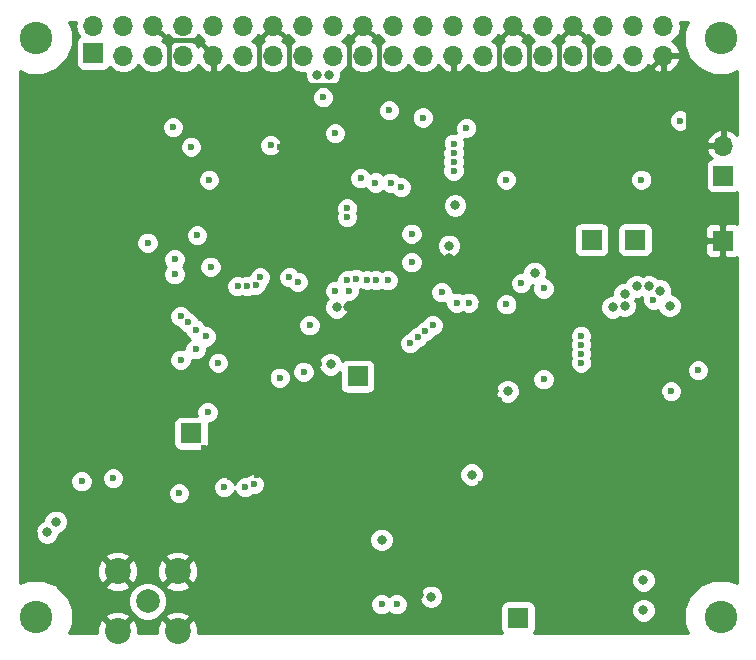
<source format=gbr>
%TF.GenerationSoftware,KiCad,Pcbnew,5.0.2-bee76a0~70~ubuntu18.04.1*%
%TF.CreationDate,2019-08-07T21:41:43+02:00*%
%TF.ProjectId,lohpi,6c6f6870-692e-46b6-9963-61645f706362,rev?*%
%TF.SameCoordinates,Original*%
%TF.FileFunction,Copper,L2,Inr*%
%TF.FilePolarity,Positive*%
%FSLAX46Y46*%
G04 Gerber Fmt 4.6, Leading zero omitted, Abs format (unit mm)*
G04 Created by KiCad (PCBNEW 5.0.2-bee76a0~70~ubuntu18.04.1) date Wed 07 Aug 2019 21:41:43 SAST*
%MOMM*%
%LPD*%
G01*
G04 APERTURE LIST*
%TA.AperFunction,ViaPad*%
%ADD10R,1.700000X1.700000*%
%TD*%
%TA.AperFunction,ViaPad*%
%ADD11O,1.700000X1.700000*%
%TD*%
%TA.AperFunction,ViaPad*%
%ADD12C,2.750000*%
%TD*%
%TA.AperFunction,ViaPad*%
%ADD13C,2.000000*%
%TD*%
%TA.AperFunction,ViaPad*%
%ADD14C,2.200000*%
%TD*%
%TA.AperFunction,ViaPad*%
%ADD15C,0.600000*%
%TD*%
%TA.AperFunction,ViaPad*%
%ADD16C,0.800000*%
%TD*%
%TA.AperFunction,Conductor*%
%ADD17C,0.400000*%
%TD*%
%TA.AperFunction,Conductor*%
%ADD18C,0.320000*%
%TD*%
%TA.AperFunction,Conductor*%
%ADD19C,0.254000*%
%TD*%
G04 APERTURE END LIST*
D10*
%TO.N,Net-(C16-Pad1)*%
%TO.C,J5*%
X118745000Y-144145000D03*
%TD*%
%TO.N,Net-(C17-Pad1)*%
%TO.C,J6*%
X104648000Y-148971000D03*
%TD*%
D11*
%TO.N,Net-(J8-Pad40)*%
%TO.C,J8*%
X144630000Y-114460000D03*
%TO.N,GND*%
X144630000Y-117000000D03*
%TO.N,Net-(J8-Pad38)*%
X142090000Y-114460000D03*
%TO.N,Net-(J8-Pad37)*%
X142090000Y-117000000D03*
%TO.N,Net-(J8-Pad36)*%
X139550000Y-114460000D03*
%TO.N,Net-(J8-Pad35)*%
X139550000Y-117000000D03*
%TO.N,GND*%
X137010000Y-114460000D03*
%TO.N,Net-(J8-Pad33)*%
X137010000Y-117000000D03*
%TO.N,Net-(J8-Pad32)*%
X134470000Y-114460000D03*
%TO.N,/main_receiver/RPI_SS5*%
X134470000Y-117000000D03*
%TO.N,GND*%
X131930000Y-114460000D03*
%TO.N,/main_receiver/RPI_SS4*%
X131930000Y-117000000D03*
%TO.N,Net-(J8-Pad28)*%
X129390000Y-114460000D03*
%TO.N,Net-(J8-Pad27)*%
X129390000Y-117000000D03*
%TO.N,Net-(J8-Pad26)*%
X126850000Y-114460000D03*
%TO.N,GND*%
X126850000Y-117000000D03*
%TO.N,Net-(J8-Pad24)*%
X124310000Y-114460000D03*
%TO.N,/main_receiver/RPI_SCLK*%
X124310000Y-117000000D03*
%TO.N,Net-(J8-Pad22)*%
X121770000Y-114460000D03*
%TO.N,/main_receiver/RPI_MISO*%
X121770000Y-117000000D03*
%TO.N,GND*%
X119230000Y-114460000D03*
%TO.N,/main_receiver/RPI_MOSI*%
X119230000Y-117000000D03*
%TO.N,Net-(J8-Pad18)*%
X116690000Y-114460000D03*
%TO.N,Net-(J8-Pad17)*%
X116690000Y-117000000D03*
%TO.N,Net-(J8-Pad16)*%
X114150000Y-114460000D03*
%TO.N,/main_receiver/RPI_SS3*%
X114150000Y-117000000D03*
%TO.N,GND*%
X111610000Y-114460000D03*
%TO.N,/main_receiver/RPI_SS2*%
X111610000Y-117000000D03*
%TO.N,Net-(J8-Pad12)*%
X109070000Y-114460000D03*
%TO.N,/main_receiver/RPI_SS1*%
X109070000Y-117000000D03*
%TO.N,Net-(J8-Pad10)*%
X106530000Y-114460000D03*
%TO.N,GND*%
X106530000Y-117000000D03*
%TO.N,Net-(J8-Pad8)*%
X103990000Y-114460000D03*
%TO.N,Net-(J8-Pad7)*%
X103990000Y-117000000D03*
%TO.N,GND*%
X101450000Y-114460000D03*
%TO.N,Net-(J8-Pad5)*%
X101450000Y-117000000D03*
%TO.N,/main_receiver/RPI_5v*%
X98910000Y-114460000D03*
%TO.N,Net-(J8-Pad3)*%
X98910000Y-117000000D03*
%TO.N,/main_receiver/RPI_5v*%
X96370000Y-114460000D03*
D10*
%TO.N,Net-(J8-Pad1)*%
X96370000Y-116770000D03*
%TD*%
D11*
%TO.N,GND*%
%TO.C,J1*%
X149710000Y-124620000D03*
D10*
%TO.N,Net-(C5-Pad1)*%
X149710000Y-127160000D03*
%TD*%
D12*
%TO.N,N/C*%
%TO.C,J10*%
X91500000Y-115500000D03*
%TD*%
%TO.N,N/C*%
%TO.C,J11*%
X91500000Y-164500000D03*
%TD*%
%TO.N,N/C*%
%TO.C,J12*%
X149500000Y-115500000D03*
%TD*%
%TO.N,N/C*%
%TO.C,J13*%
X149500000Y-164500000D03*
%TD*%
D13*
%TO.N,Net-(J9-Pad1)*%
%TO.C,J9*%
X100965000Y-163195000D03*
D14*
%TO.N,GND*%
X103505000Y-160655000D03*
X98425000Y-160655000D03*
X98425000Y-165735000D03*
X103505000Y-165735000D03*
%TD*%
D10*
%TO.N,Net-(C7-Pad1)*%
%TO.C,J2*%
X142240000Y-132588000D03*
%TD*%
%TO.N,Net-(C14-Pad1)*%
%TO.C,J3*%
X132334000Y-164592000D03*
%TD*%
%TO.N,Net-(C15-Pad1)*%
%TO.C,J4*%
X138557000Y-132588000D03*
%TD*%
%TO.N,GND*%
%TO.C,J14*%
X149669500Y-132651500D03*
%TD*%
D15*
%TO.N,+5V*%
X103759000Y-142748000D03*
X142760000Y-127496000D03*
X114681000Y-139827000D03*
D16*
X126492000Y-133096000D03*
X142955734Y-163967130D03*
D15*
%TO.N,GND*%
X124079000Y-145796000D03*
X121729500Y-146113500D03*
X116649500Y-144399000D03*
X107886500Y-148018500D03*
X106489500Y-148463000D03*
X104965500Y-151701500D03*
X105029000Y-150876000D03*
X105727500Y-150241000D03*
X106743500Y-149733000D03*
X107759500Y-149733000D03*
X109016266Y-149365234D03*
X146685000Y-123444000D03*
X145478500Y-124269500D03*
X131635500Y-124968000D03*
X136652000Y-119126000D03*
X135509000Y-121729500D03*
X123952000Y-130307000D03*
X121158000Y-131826000D03*
X91440000Y-132080000D03*
X93980000Y-132080000D03*
X96520000Y-132080000D03*
X99060000Y-132080000D03*
X99060000Y-134620000D03*
X93980000Y-139700000D03*
X91440000Y-139700000D03*
X91440000Y-144780000D03*
X93980000Y-144780000D03*
X99060000Y-144780000D03*
X96520000Y-144780000D03*
X96520000Y-147320000D03*
X93980000Y-147320000D03*
X91440000Y-147320000D03*
X137541000Y-148590000D03*
X136144000Y-148590000D03*
X138938000Y-149987000D03*
X137541000Y-150241000D03*
X136144000Y-150241000D03*
X134747000Y-150241000D03*
X133350000Y-150241000D03*
X134747000Y-148590000D03*
X133350000Y-148590000D03*
X132207000Y-148590000D03*
X131064000Y-148590000D03*
X149606000Y-141224000D03*
X146685000Y-141944000D03*
X148336000Y-145669000D03*
X144399000Y-145923000D03*
X142240000Y-146558000D03*
X132080000Y-152400000D03*
X134691549Y-152471549D03*
X137160000Y-152400000D03*
X139700000Y-152400000D03*
X101600000Y-152400000D03*
X91440000Y-154940000D03*
X91440000Y-157480000D03*
X91440000Y-160020000D03*
X96520000Y-160020000D03*
X101600000Y-160020000D03*
X96520000Y-165100000D03*
X96520000Y-162560000D03*
X93980000Y-160020000D03*
X94125516Y-157625516D03*
X96520000Y-157480000D03*
X99060000Y-157480000D03*
X101600000Y-157480000D03*
X101600000Y-154940000D03*
X111760000Y-160020000D03*
X116840000Y-149860000D03*
X116840000Y-152400000D03*
X119380000Y-152400000D03*
X121928049Y-152408049D03*
X144780000Y-165100000D03*
X144780000Y-165100000D03*
X142240000Y-165100000D03*
X139700000Y-165100000D03*
X134620000Y-165100000D03*
X137160000Y-165100000D03*
X134595732Y-160020000D03*
X134620000Y-157480000D03*
X144780000Y-154940000D03*
X144780000Y-157480000D03*
X144780000Y-160020000D03*
X147320000Y-160020000D03*
X149860000Y-160020000D03*
X149860000Y-157480000D03*
X147320000Y-157480000D03*
X147320000Y-154940000D03*
X149860000Y-154940000D03*
X149860000Y-152400000D03*
X147320000Y-152400000D03*
X147320000Y-149860000D03*
X149860000Y-149860000D03*
X149860000Y-147320000D03*
X147320000Y-147320000D03*
X129540000Y-165100000D03*
X127000000Y-165100000D03*
X124460000Y-165100000D03*
X121920000Y-165100000D03*
X119380000Y-165100000D03*
X116840000Y-157480000D03*
X114300000Y-160020000D03*
X116840000Y-160020000D03*
X106680000Y-165100000D03*
X109220000Y-165100000D03*
X111760000Y-162560000D03*
X111760000Y-165100000D03*
X114300000Y-165100000D03*
X116840000Y-165100000D03*
X116840000Y-162560000D03*
X114300000Y-162560000D03*
X105537000Y-164084000D03*
X107315000Y-164084000D03*
X109220000Y-163449000D03*
X110236000Y-162560000D03*
X110236000Y-161163000D03*
X110236000Y-159893000D03*
X105410000Y-162433000D03*
X105664000Y-161290000D03*
X105537000Y-160147000D03*
X104902000Y-154813000D03*
X104902000Y-154813000D03*
X104902000Y-152649000D03*
X106426000Y-152649000D03*
X122682000Y-147193000D03*
X121285000Y-147447000D03*
X120269000Y-146812000D03*
X119126000Y-146685000D03*
X117729000Y-146685000D03*
X116840000Y-146939000D03*
X115824000Y-147828000D03*
X114471984Y-148037016D03*
X113538000Y-148463000D03*
X112776000Y-149225000D03*
X111633000Y-150114000D03*
X111344000Y-149225000D03*
X110144000Y-149225000D03*
X109728000Y-149860000D03*
X109785000Y-151003000D03*
X111633000Y-152019000D03*
X113284000Y-152146000D03*
X114554000Y-152273000D03*
X114427000Y-151257000D03*
X114300000Y-150495000D03*
X114681000Y-149733000D03*
X115881000Y-149733000D03*
D16*
X109982000Y-121158000D03*
X107188000Y-122301000D03*
X98552000Y-124333000D03*
X122936000Y-122174000D03*
X91567000Y-136525000D03*
X91567000Y-135001000D03*
X91567000Y-133731000D03*
D15*
X93161000Y-138684000D03*
X97155000Y-136779000D03*
X95631000Y-136398000D03*
X97155000Y-134112000D03*
X91440000Y-124460000D03*
X110236000Y-154940000D03*
X111125000Y-154940000D03*
X111252000Y-154051000D03*
D16*
X123571000Y-152463500D03*
D15*
X122555000Y-153289000D03*
X122555000Y-154559000D03*
X121793000Y-155067000D03*
X120777000Y-154940000D03*
X119634000Y-154813000D03*
X118999000Y-154178000D03*
X118110000Y-153416000D03*
X117348000Y-154178000D03*
X116713000Y-154940000D03*
X115570000Y-154940000D03*
X115443000Y-153924000D03*
X114300000Y-153670000D03*
X113157000Y-153670000D03*
X112141000Y-153670000D03*
X109182774Y-156369779D03*
X119253000Y-157861000D03*
X118237000Y-157861000D03*
X117983000Y-156845000D03*
X117094000Y-156591000D03*
X115951000Y-156591000D03*
X115697000Y-157480000D03*
X114681000Y-157988000D03*
X113538000Y-157988000D03*
X112395000Y-158115000D03*
X111379000Y-157861000D03*
X111125000Y-156845000D03*
X110236000Y-156718000D03*
X106278372Y-159020404D03*
X109220000Y-159245001D03*
X108839000Y-158115000D03*
X107188000Y-158102001D03*
X108635059Y-156945236D03*
X107188000Y-156972000D03*
X106299000Y-155794000D03*
X97917000Y-137541000D03*
X100203000Y-137795000D03*
X100203000Y-138938000D03*
X98171000Y-135128000D03*
X99060000Y-136017000D03*
X99822000Y-136779000D03*
X100203000Y-140081000D03*
X98044000Y-139319000D03*
X98044000Y-140081000D03*
X98044000Y-155829000D03*
X91567000Y-152781000D03*
X101981000Y-146939000D03*
X107569000Y-147066000D03*
X110236000Y-152527000D03*
X107950000Y-152654000D03*
X106481002Y-154178000D03*
X126619000Y-161544000D03*
X126619000Y-160528000D03*
X121412000Y-149860000D03*
X122555000Y-149860000D03*
X123952000Y-150241000D03*
X125349000Y-150368000D03*
X126746000Y-150241000D03*
X127889000Y-150241000D03*
X129032000Y-150241000D03*
X131064000Y-151765000D03*
X131064000Y-150241000D03*
X132207000Y-150241000D03*
X130048000Y-153924000D03*
X130556000Y-154686000D03*
X131699000Y-154686000D03*
X132842000Y-154940000D03*
X133858000Y-154940000D03*
X134239000Y-154178000D03*
X142494000Y-153670000D03*
X141351000Y-153543000D03*
X140208000Y-153543000D03*
X138938000Y-153543000D03*
X138303000Y-154686000D03*
X137287000Y-154940000D03*
X136398000Y-154305000D03*
X122555000Y-156464000D03*
X122155484Y-156953484D03*
X122936000Y-158750000D03*
X123952000Y-158369000D03*
X124968000Y-158623000D03*
X124968000Y-159512000D03*
X129667000Y-157861000D03*
X129540000Y-157226000D03*
X130175000Y-156718000D03*
X131191000Y-156718000D03*
X131318000Y-157607000D03*
X133096000Y-157734000D03*
X133096000Y-156972000D03*
X133858000Y-156845000D03*
X135001000Y-156845000D03*
X135890000Y-156845000D03*
X136906000Y-156845000D03*
X137160000Y-157607000D03*
X138176000Y-157861000D03*
X139065000Y-157988000D03*
X139954000Y-157988000D03*
X140970000Y-157988000D03*
X141859000Y-157988000D03*
X142875000Y-157607000D03*
X142875000Y-156591000D03*
X143637000Y-156210000D03*
X144272000Y-155448000D03*
X144399000Y-154305000D03*
X144399000Y-153289000D03*
X146050000Y-152019000D03*
X146558000Y-151130000D03*
X146558000Y-150114000D03*
X145923000Y-149225000D03*
X144907000Y-148717000D03*
X144526000Y-147955000D03*
X144399000Y-146939000D03*
X139827000Y-149098000D03*
X140589000Y-148209000D03*
X141478000Y-147320000D03*
X141224000Y-145415000D03*
X140081000Y-146558000D03*
X139319000Y-147320000D03*
X138557000Y-148082000D03*
X129921000Y-148844000D03*
X128905000Y-148844000D03*
X127381000Y-148717000D03*
X128143000Y-148458000D03*
X128905000Y-147955000D03*
X129921000Y-147955000D03*
X127508000Y-146304000D03*
X127254000Y-146939000D03*
X126492000Y-147320000D03*
X125730000Y-147066000D03*
X124714000Y-147066000D03*
X123812001Y-147066000D03*
X122682000Y-147193000D03*
D16*
X128270000Y-159639000D03*
X139954000Y-135128000D03*
X131826000Y-135382000D03*
X127381000Y-128270000D03*
X129032000Y-136652000D03*
X117907003Y-138303000D03*
X135255000Y-153797000D03*
X132207000Y-158242000D03*
X126619000Y-163957000D03*
X131064000Y-158750000D03*
X115546000Y-146685000D03*
D15*
X112141000Y-124714000D03*
X102870000Y-131490000D03*
X101854000Y-128778000D03*
X99060000Y-126873000D03*
X116078000Y-135763000D03*
D16*
X141997240Y-141011760D03*
X143906260Y-140827740D03*
X142012500Y-142721500D03*
X143722240Y-142736760D03*
X129995000Y-142621000D03*
X128270000Y-142621000D03*
X128270000Y-140896000D03*
X129995000Y-140896000D03*
X113078020Y-132931250D03*
X114770250Y-127418750D03*
X113078020Y-127418750D03*
X110968000Y-127418750D03*
X109257750Y-127418750D03*
X109257750Y-129256250D03*
X110968000Y-129256250D03*
X113078020Y-129256250D03*
X114770250Y-129256250D03*
X114770250Y-131093750D03*
X113078020Y-131093750D03*
X110968000Y-131093750D03*
X109257750Y-131093750D03*
X109257750Y-132947000D03*
X110968000Y-132947000D03*
X114770250Y-132947000D03*
D15*
X124206000Y-153416000D03*
X125476000Y-153416000D03*
X130048000Y-151765000D03*
X129159000Y-153289000D03*
X127762000Y-154432000D03*
X147066000Y-140208000D03*
X141859000Y-149606000D03*
X144907000Y-149606000D03*
X141732000Y-151384000D03*
X144907000Y-151384000D03*
X141732000Y-152146000D03*
X144907000Y-152273000D03*
X107950000Y-155194000D03*
X118999000Y-125857000D03*
X107061000Y-138811000D03*
X133003172Y-141843500D03*
X134493000Y-139573000D03*
X129159000Y-138176000D03*
X121793000Y-142494000D03*
X115443000Y-143129000D03*
X130683000Y-146150001D03*
X129540000Y-146150001D03*
X130683000Y-147770011D03*
X125730000Y-156538500D03*
X125730000Y-155638500D03*
X126630000Y-155638500D03*
X126630000Y-156538500D03*
X120523000Y-118364000D03*
D16*
X141605000Y-126746000D03*
X126492000Y-134112000D03*
X130302000Y-145415000D03*
X132588000Y-146050000D03*
X129159000Y-145415000D03*
X127642975Y-145422975D03*
X119126000Y-162687000D03*
X123952000Y-162687000D03*
X132414734Y-159903130D03*
X142955734Y-160157130D03*
D15*
%TO.N,+1V8*%
X127952500Y-123126500D03*
X113665000Y-136144000D03*
X111379000Y-124587000D03*
X104648000Y-124714000D03*
X105156000Y-132207000D03*
X117856000Y-130683000D03*
%TO.N,Net-(C17-Pad1)*%
X106934000Y-143002000D03*
%TO.N,/main_receiver/SCLK*%
X124269500Y-122237500D03*
X108585000Y-136525000D03*
%TO.N,/main_receiver/MISO*%
X121412000Y-121633951D03*
X109347000Y-136525000D03*
%TO.N,/main_receiver/SPI_SS*%
X103124000Y-123063000D03*
X110490000Y-135763000D03*
%TO.N,/main_receiver/MOSI*%
X115824000Y-120528000D03*
X110109000Y-136398000D03*
%TO.N,/main_receiver/RADIO_A_EN*%
X109982000Y-153289000D03*
X114173000Y-143764000D03*
X112153000Y-144264000D03*
%TO.N,/main_receiver/LNA_A_EN*%
X105029000Y-141859000D03*
X106045000Y-147193000D03*
X109220000Y-153543000D03*
%TO.N,+3V3*%
X106299000Y-134874000D03*
X98044000Y-152781000D03*
D16*
X127000000Y-129667000D03*
D15*
X118999000Y-127381000D03*
X106172000Y-127508000D03*
%TO.N,/power_supply/VCC_RADIO_B*%
X134493000Y-144399000D03*
X125857000Y-137033000D03*
D16*
X131445000Y-145415000D03*
D15*
%TO.N,/power_supply/VCC_RADIO_A*%
X147574000Y-143637000D03*
X145288000Y-145415000D03*
X103632000Y-154051000D03*
X107442000Y-153543000D03*
D16*
X133731000Y-135382000D03*
D15*
X134493000Y-136709000D03*
D16*
X140335000Y-138303000D03*
%TO.N,/power_supply/VCC_PA*%
X120777000Y-157988000D03*
X124968000Y-162814000D03*
%TO.N,/main_receiver/RPI_SS5*%
X116332000Y-118618000D03*
%TO.N,/main_receiver/RPI_SS4*%
X115316000Y-118618000D03*
D15*
%TO.N,/main_receiver/RPI_5v*%
X146045000Y-122491500D03*
D16*
%TO.N,/main_receiver/A_Q_TX*%
X143383000Y-136525000D03*
D15*
X126891516Y-124441484D03*
D16*
%TO.N,/main_receiver/A_I_TX*%
X142367000Y-136525000D03*
D15*
X126873000Y-125222000D03*
D16*
%TO.N,/main_receiver/A_Q_RX*%
X141351000Y-137160000D03*
D15*
X126873000Y-125984000D03*
%TO.N,/main_receiver/A_I_RX*%
X126873000Y-126746000D03*
D16*
X141351000Y-138176000D03*
D15*
%TO.N,/main_receiver/B_Q_RX*%
X121539000Y-127762000D03*
X128143000Y-137922000D03*
%TO.N,/main_receiver/B_I_RX*%
X120262549Y-127739451D03*
X127127000Y-137922000D03*
%TO.N,Net-(R35-Pad2)*%
X122428000Y-128143000D03*
X132588000Y-136271000D03*
%TO.N,/main_receiver/A_CLK_OUT*%
X131318000Y-127508000D03*
D16*
X144328444Y-136897493D03*
%TO.N,/main_receiver/PA_A_EN*%
X116459000Y-143129000D03*
X128397000Y-152463500D03*
X142955734Y-161427130D03*
D15*
%TO.N,/main_receiver/PA_G16*%
X116840000Y-136906000D03*
X122047000Y-163449000D03*
%TO.N,/main_receiver/PA_G8*%
X120777000Y-163449000D03*
X117856000Y-136017000D03*
D16*
%TO.N,/main_receiver/RADIO_B_EN*%
X116967000Y-138303000D03*
D15*
X117983000Y-136906000D03*
%TO.N,/main_receiver/A_NSS*%
X105918000Y-140773000D03*
X137668000Y-143002000D03*
%TO.N,/main_receiver/A_MOSI*%
X105029000Y-140208000D03*
X137668000Y-142261997D03*
%TO.N,/main_receiver/A_MISO*%
X104394000Y-139573000D03*
X137668000Y-141478000D03*
%TO.N,/main_receiver/A_SCKL*%
X103759000Y-139065000D03*
X137668000Y-140716000D03*
%TO.N,/main_receiver/RADIO_RST*%
X123317000Y-134493000D03*
X131338128Y-138062419D03*
D16*
X145161000Y-138176000D03*
D15*
%TO.N,/main_receiver/B_SCK*%
X121285000Y-136017000D03*
X125095000Y-139827000D03*
%TO.N,/main_receiver/B_MISO*%
X120269000Y-136017000D03*
X124460000Y-140335000D03*
%TO.N,/main_receiver/B_MOSI*%
X119525516Y-135998484D03*
X123825000Y-140843000D03*
%TO.N,/main_receiver/B_NSS*%
X123190000Y-141351000D03*
X118618000Y-135890000D03*
%TO.N,/main_receiver/SP_CLK_IN*%
X116840000Y-123571000D03*
X143764000Y-137668000D03*
%TO.N,/main_receiver/1PPS*%
X100965000Y-132842000D03*
X95377000Y-153035000D03*
%TO.N,Net-(J8-Pad12)*%
X103251000Y-134239000D03*
D16*
%TO.N,Net-(J8-Pad10)*%
X93188000Y-156464000D03*
%TO.N,Net-(J8-Pad8)*%
X92456000Y-157353000D03*
D15*
%TO.N,Net-(R51-Pad1)*%
X103251000Y-135509000D03*
X112978020Y-135763000D03*
%TO.N,Net-(R64-Pad2)*%
X123317000Y-132080000D03*
X117856000Y-129921000D03*
%TD*%
D17*
%TO.N,GND*%
X142784750Y-118845250D02*
X144689750Y-118845250D01*
X146685000Y-120840500D02*
X146685000Y-123444000D01*
X144689750Y-118845250D02*
X146685000Y-120840500D01*
X102687000Y-115697000D02*
X102743000Y-115753000D01*
X102743000Y-115753000D02*
X102743000Y-119126000D01*
X101450000Y-114460000D02*
X102687000Y-115697000D01*
X105227000Y-115697000D02*
X106530000Y-117000000D01*
X102687000Y-115697000D02*
X105227000Y-115697000D01*
X112141000Y-124714000D02*
X112440999Y-124414001D01*
X112440999Y-124414001D02*
X112440999Y-121838999D01*
X112440999Y-121838999D02*
X111506000Y-120904000D01*
X137010000Y-114460000D02*
X138303000Y-115753000D01*
X142758000Y-118872000D02*
X142784750Y-118845250D01*
X142784750Y-118845250D02*
X142816500Y-118813500D01*
X142816500Y-118813500D02*
X144630000Y-117000000D01*
X139065000Y-118872000D02*
X142758000Y-118872000D01*
X138303000Y-118110000D02*
X139065000Y-118872000D01*
X138303000Y-115753000D02*
X138303000Y-118110000D01*
X137010000Y-114460000D02*
X135763000Y-115707000D01*
X135763000Y-115707000D02*
X135763000Y-118364000D01*
X133604000Y-119126000D02*
X133223000Y-118745000D01*
X135001000Y-119126000D02*
X133604000Y-119126000D01*
X135763000Y-118364000D02*
X135001000Y-119126000D01*
X131930000Y-114460000D02*
X133223000Y-115753000D01*
X133223000Y-115753000D02*
X133223000Y-118745000D01*
X130683000Y-118745000D02*
X130683000Y-115707000D01*
X130683000Y-115707000D02*
X131930000Y-114460000D01*
X117983000Y-115707000D02*
X117983000Y-118618000D01*
X119230000Y-114460000D02*
X117983000Y-115707000D01*
X117094000Y-119507000D02*
X112903000Y-119507000D01*
X117983000Y-118618000D02*
X117094000Y-119507000D01*
X119230000Y-114460000D02*
X120523000Y-115753000D01*
X120523000Y-115753000D02*
X120523000Y-118364000D01*
X111610000Y-114460000D02*
X110363000Y-115707000D01*
X110363000Y-115707000D02*
X110363000Y-119888000D01*
X111610000Y-114460000D02*
X112903000Y-115753000D01*
X112903000Y-115753000D02*
X112903000Y-119507000D01*
X112903000Y-119507000D02*
X111506000Y-120904000D01*
X107823000Y-120904000D02*
X106530000Y-120904000D01*
X111506000Y-120904000D02*
X107823000Y-120904000D01*
X102870000Y-131490000D02*
X102870000Y-129794000D01*
X102870000Y-129794000D02*
X101854000Y-128778000D01*
X100711000Y-126873000D02*
X100711000Y-127635000D01*
X100711000Y-127635000D02*
X101854000Y-128778000D01*
X106530000Y-117000000D02*
X106530000Y-120904000D01*
X106530000Y-120904000D02*
X106530000Y-121054000D01*
X106530000Y-121054000D02*
X100711000Y-126873000D01*
X100711000Y-126873000D02*
X99060000Y-126873000D01*
D18*
X130683000Y-115707000D02*
X130683000Y-118745000D01*
X131930000Y-114460000D02*
X130683000Y-115707000D01*
%TD*%
D19*
%TO.N,GND*%
G36*
X94855908Y-114460000D02*
X94971161Y-115039418D01*
X95194553Y-115373749D01*
X95062191Y-115462191D01*
X94921843Y-115672235D01*
X94872560Y-115920000D01*
X94872560Y-117620000D01*
X94921843Y-117867765D01*
X95062191Y-118077809D01*
X95272235Y-118218157D01*
X95520000Y-118267440D01*
X97220000Y-118267440D01*
X97467765Y-118218157D01*
X97677809Y-118077809D01*
X97760992Y-117953317D01*
X97839375Y-118070625D01*
X98330582Y-118398839D01*
X98763744Y-118485000D01*
X99056256Y-118485000D01*
X99489418Y-118398839D01*
X99980625Y-118070625D01*
X100180000Y-117772239D01*
X100379375Y-118070625D01*
X100870582Y-118398839D01*
X101303744Y-118485000D01*
X101596256Y-118485000D01*
X102029418Y-118398839D01*
X102520625Y-118070625D01*
X102720000Y-117772239D01*
X102919375Y-118070625D01*
X103410582Y-118398839D01*
X103843744Y-118485000D01*
X104136256Y-118485000D01*
X104569418Y-118398839D01*
X105060625Y-118070625D01*
X105273843Y-117751522D01*
X105334817Y-117881358D01*
X105763076Y-118271645D01*
X106173110Y-118441476D01*
X106403000Y-118320155D01*
X106403000Y-117127000D01*
X106383000Y-117127000D01*
X106383000Y-116873000D01*
X106403000Y-116873000D01*
X106403000Y-116853000D01*
X106657000Y-116853000D01*
X106657000Y-116873000D01*
X106677000Y-116873000D01*
X106677000Y-117127000D01*
X106657000Y-117127000D01*
X106657000Y-118320155D01*
X106886890Y-118441476D01*
X107296924Y-118271645D01*
X107725183Y-117881358D01*
X107786157Y-117751522D01*
X107999375Y-118070625D01*
X108490582Y-118398839D01*
X108923744Y-118485000D01*
X109216256Y-118485000D01*
X109649418Y-118398839D01*
X110140625Y-118070625D01*
X110340000Y-117772239D01*
X110539375Y-118070625D01*
X111030582Y-118398839D01*
X111463744Y-118485000D01*
X111756256Y-118485000D01*
X112189418Y-118398839D01*
X112680625Y-118070625D01*
X112880000Y-117772239D01*
X113079375Y-118070625D01*
X113570582Y-118398839D01*
X114003744Y-118485000D01*
X114281000Y-118485000D01*
X114281000Y-118823874D01*
X114438569Y-119204280D01*
X114729720Y-119495431D01*
X115110126Y-119653000D01*
X115493164Y-119653000D01*
X115294365Y-119735345D01*
X115031345Y-119998365D01*
X114889000Y-120342017D01*
X114889000Y-120713983D01*
X115031345Y-121057635D01*
X115294365Y-121320655D01*
X115638017Y-121463000D01*
X116009983Y-121463000D01*
X116046273Y-121447968D01*
X120477000Y-121447968D01*
X120477000Y-121819934D01*
X120619345Y-122163586D01*
X120882365Y-122426606D01*
X121226017Y-122568951D01*
X121597983Y-122568951D01*
X121941635Y-122426606D01*
X122204655Y-122163586D01*
X122251075Y-122051517D01*
X123334500Y-122051517D01*
X123334500Y-122423483D01*
X123476845Y-122767135D01*
X123739865Y-123030155D01*
X124083517Y-123172500D01*
X124455483Y-123172500D01*
X124799135Y-123030155D01*
X125062155Y-122767135D01*
X125204500Y-122423483D01*
X125204500Y-122051517D01*
X125062155Y-121707865D01*
X124799135Y-121444845D01*
X124455483Y-121302500D01*
X124083517Y-121302500D01*
X123739865Y-121444845D01*
X123476845Y-121707865D01*
X123334500Y-122051517D01*
X122251075Y-122051517D01*
X122347000Y-121819934D01*
X122347000Y-121447968D01*
X122204655Y-121104316D01*
X121941635Y-120841296D01*
X121597983Y-120698951D01*
X121226017Y-120698951D01*
X120882365Y-120841296D01*
X120619345Y-121104316D01*
X120477000Y-121447968D01*
X116046273Y-121447968D01*
X116353635Y-121320655D01*
X116616655Y-121057635D01*
X116759000Y-120713983D01*
X116759000Y-120342017D01*
X116616655Y-119998365D01*
X116353635Y-119735345D01*
X116154836Y-119653000D01*
X116537874Y-119653000D01*
X116918280Y-119495431D01*
X117209431Y-119204280D01*
X117367000Y-118823874D01*
X117367000Y-118412126D01*
X117341536Y-118350651D01*
X117760625Y-118070625D01*
X117960000Y-117772239D01*
X118159375Y-118070625D01*
X118650582Y-118398839D01*
X119083744Y-118485000D01*
X119376256Y-118485000D01*
X119809418Y-118398839D01*
X120300625Y-118070625D01*
X120500000Y-117772239D01*
X120699375Y-118070625D01*
X121190582Y-118398839D01*
X121623744Y-118485000D01*
X121916256Y-118485000D01*
X122349418Y-118398839D01*
X122840625Y-118070625D01*
X123040000Y-117772239D01*
X123239375Y-118070625D01*
X123730582Y-118398839D01*
X124163744Y-118485000D01*
X124456256Y-118485000D01*
X124889418Y-118398839D01*
X125380625Y-118070625D01*
X125593843Y-117751522D01*
X125654817Y-117881358D01*
X126083076Y-118271645D01*
X126493110Y-118441476D01*
X126723000Y-118320155D01*
X126723000Y-117127000D01*
X126703000Y-117127000D01*
X126703000Y-116873000D01*
X126723000Y-116873000D01*
X126723000Y-116853000D01*
X126977000Y-116853000D01*
X126977000Y-116873000D01*
X126997000Y-116873000D01*
X126997000Y-117127000D01*
X126977000Y-117127000D01*
X126977000Y-118320155D01*
X127206890Y-118441476D01*
X127616924Y-118271645D01*
X128045183Y-117881358D01*
X128106157Y-117751522D01*
X128319375Y-118070625D01*
X128810582Y-118398839D01*
X129243744Y-118485000D01*
X129536256Y-118485000D01*
X129969418Y-118398839D01*
X130460625Y-118070625D01*
X130660000Y-117772239D01*
X130859375Y-118070625D01*
X131350582Y-118398839D01*
X131783744Y-118485000D01*
X132076256Y-118485000D01*
X132509418Y-118398839D01*
X133000625Y-118070625D01*
X133200000Y-117772239D01*
X133399375Y-118070625D01*
X133890582Y-118398839D01*
X134323744Y-118485000D01*
X134616256Y-118485000D01*
X135049418Y-118398839D01*
X135540625Y-118070625D01*
X135740000Y-117772239D01*
X135939375Y-118070625D01*
X136430582Y-118398839D01*
X136863744Y-118485000D01*
X137156256Y-118485000D01*
X137589418Y-118398839D01*
X138080625Y-118070625D01*
X138280000Y-117772239D01*
X138479375Y-118070625D01*
X138970582Y-118398839D01*
X139403744Y-118485000D01*
X139696256Y-118485000D01*
X140129418Y-118398839D01*
X140620625Y-118070625D01*
X140820000Y-117772239D01*
X141019375Y-118070625D01*
X141510582Y-118398839D01*
X141943744Y-118485000D01*
X142236256Y-118485000D01*
X142669418Y-118398839D01*
X143160625Y-118070625D01*
X143373843Y-117751522D01*
X143434817Y-117881358D01*
X143863076Y-118271645D01*
X144273110Y-118441476D01*
X144503000Y-118320155D01*
X144503000Y-117127000D01*
X144757000Y-117127000D01*
X144757000Y-118320155D01*
X144986890Y-118441476D01*
X145396924Y-118271645D01*
X145825183Y-117881358D01*
X146071486Y-117356892D01*
X145950819Y-117127000D01*
X144757000Y-117127000D01*
X144503000Y-117127000D01*
X144483000Y-117127000D01*
X144483000Y-116873000D01*
X144503000Y-116873000D01*
X144503000Y-116853000D01*
X144757000Y-116853000D01*
X144757000Y-116873000D01*
X145950819Y-116873000D01*
X146071486Y-116643108D01*
X145825183Y-116118642D01*
X145400214Y-115731353D01*
X145700625Y-115530625D01*
X146028839Y-115039418D01*
X146144092Y-114460000D01*
X146077854Y-114127000D01*
X146684075Y-114127000D01*
X146373000Y-114878001D01*
X146373000Y-116121999D01*
X146849057Y-117271303D01*
X147728697Y-118150943D01*
X148878001Y-118627000D01*
X150121999Y-118627000D01*
X150873000Y-118315925D01*
X150873000Y-123733861D01*
X150591358Y-123424817D01*
X150066892Y-123178514D01*
X149837000Y-123299181D01*
X149837000Y-124493000D01*
X149857000Y-124493000D01*
X149857000Y-124747000D01*
X149837000Y-124747000D01*
X149837000Y-124767000D01*
X149583000Y-124767000D01*
X149583000Y-124747000D01*
X148389845Y-124747000D01*
X148268524Y-124976890D01*
X148438355Y-125386924D01*
X148715708Y-125691261D01*
X148612235Y-125711843D01*
X148402191Y-125852191D01*
X148261843Y-126062235D01*
X148212560Y-126310000D01*
X148212560Y-128010000D01*
X148261843Y-128257765D01*
X148402191Y-128467809D01*
X148612235Y-128608157D01*
X148860000Y-128657440D01*
X150560000Y-128657440D01*
X150807765Y-128608157D01*
X150873000Y-128564568D01*
X150873000Y-131260606D01*
X150645809Y-131166500D01*
X149955250Y-131166500D01*
X149796500Y-131325250D01*
X149796500Y-132524500D01*
X149816500Y-132524500D01*
X149816500Y-132778500D01*
X149796500Y-132778500D01*
X149796500Y-133977750D01*
X149955250Y-134136500D01*
X150645809Y-134136500D01*
X150873000Y-134042394D01*
X150873000Y-161684075D01*
X150121999Y-161373000D01*
X148878001Y-161373000D01*
X147728697Y-161849057D01*
X146849057Y-162728697D01*
X146373000Y-163878001D01*
X146373000Y-165121999D01*
X146684075Y-165873000D01*
X133659722Y-165873000D01*
X133782157Y-165689765D01*
X133831440Y-165442000D01*
X133831440Y-163761256D01*
X141920734Y-163761256D01*
X141920734Y-164173004D01*
X142078303Y-164553410D01*
X142369454Y-164844561D01*
X142749860Y-165002130D01*
X143161608Y-165002130D01*
X143542014Y-164844561D01*
X143833165Y-164553410D01*
X143990734Y-164173004D01*
X143990734Y-163761256D01*
X143833165Y-163380850D01*
X143542014Y-163089699D01*
X143161608Y-162932130D01*
X142749860Y-162932130D01*
X142369454Y-163089699D01*
X142078303Y-163380850D01*
X141920734Y-163761256D01*
X133831440Y-163761256D01*
X133831440Y-163742000D01*
X133782157Y-163494235D01*
X133641809Y-163284191D01*
X133431765Y-163143843D01*
X133184000Y-163094560D01*
X131484000Y-163094560D01*
X131236235Y-163143843D01*
X131026191Y-163284191D01*
X130885843Y-163494235D01*
X130836560Y-163742000D01*
X130836560Y-165442000D01*
X130885843Y-165689765D01*
X131008278Y-165873000D01*
X105245420Y-165873000D01*
X105227836Y-165333547D01*
X105007099Y-164800641D01*
X104729868Y-164689737D01*
X103684605Y-165735000D01*
X103698748Y-165749143D01*
X103574890Y-165873000D01*
X103435110Y-165873000D01*
X103311253Y-165749143D01*
X103325395Y-165735000D01*
X102280132Y-164689737D01*
X102002901Y-164800641D01*
X101759677Y-165446593D01*
X101773576Y-165873000D01*
X100165420Y-165873000D01*
X100147836Y-165333547D01*
X99927099Y-164800641D01*
X99649868Y-164689737D01*
X98604605Y-165735000D01*
X98618748Y-165749143D01*
X98494890Y-165873000D01*
X98355110Y-165873000D01*
X98231253Y-165749143D01*
X98245395Y-165735000D01*
X97200132Y-164689737D01*
X96922901Y-164800641D01*
X96679677Y-165446593D01*
X96693576Y-165873000D01*
X94315925Y-165873000D01*
X94627000Y-165121999D01*
X94627000Y-164510132D01*
X97379737Y-164510132D01*
X98425000Y-165555395D01*
X99470263Y-164510132D01*
X99359359Y-164232901D01*
X98713407Y-163989677D01*
X98023547Y-164012164D01*
X97490641Y-164232901D01*
X97379737Y-164510132D01*
X94627000Y-164510132D01*
X94627000Y-163878001D01*
X94209381Y-162869778D01*
X99330000Y-162869778D01*
X99330000Y-163520222D01*
X99578914Y-164121153D01*
X100038847Y-164581086D01*
X100639778Y-164830000D01*
X101290222Y-164830000D01*
X101891153Y-164581086D01*
X101962107Y-164510132D01*
X102459737Y-164510132D01*
X103505000Y-165555395D01*
X104550263Y-164510132D01*
X104439359Y-164232901D01*
X103793407Y-163989677D01*
X103103547Y-164012164D01*
X102570641Y-164232901D01*
X102459737Y-164510132D01*
X101962107Y-164510132D01*
X102351086Y-164121153D01*
X102600000Y-163520222D01*
X102600000Y-163263017D01*
X119842000Y-163263017D01*
X119842000Y-163634983D01*
X119984345Y-163978635D01*
X120247365Y-164241655D01*
X120591017Y-164384000D01*
X120962983Y-164384000D01*
X121306635Y-164241655D01*
X121412000Y-164136290D01*
X121517365Y-164241655D01*
X121861017Y-164384000D01*
X122232983Y-164384000D01*
X122576635Y-164241655D01*
X122839655Y-163978635D01*
X122982000Y-163634983D01*
X122982000Y-163263017D01*
X122839655Y-162919365D01*
X122576635Y-162656345D01*
X122460224Y-162608126D01*
X123933000Y-162608126D01*
X123933000Y-163019874D01*
X124090569Y-163400280D01*
X124381720Y-163691431D01*
X124762126Y-163849000D01*
X125173874Y-163849000D01*
X125554280Y-163691431D01*
X125845431Y-163400280D01*
X126003000Y-163019874D01*
X126003000Y-162608126D01*
X125845431Y-162227720D01*
X125554280Y-161936569D01*
X125173874Y-161779000D01*
X124762126Y-161779000D01*
X124381720Y-161936569D01*
X124090569Y-162227720D01*
X123933000Y-162608126D01*
X122460224Y-162608126D01*
X122232983Y-162514000D01*
X121861017Y-162514000D01*
X121517365Y-162656345D01*
X121412000Y-162761710D01*
X121306635Y-162656345D01*
X120962983Y-162514000D01*
X120591017Y-162514000D01*
X120247365Y-162656345D01*
X119984345Y-162919365D01*
X119842000Y-163263017D01*
X102600000Y-163263017D01*
X102600000Y-162869778D01*
X102351086Y-162268847D01*
X101962107Y-161879868D01*
X102459737Y-161879868D01*
X102570641Y-162157099D01*
X103216593Y-162400323D01*
X103906453Y-162377836D01*
X104439359Y-162157099D01*
X104550263Y-161879868D01*
X103505000Y-160834605D01*
X102459737Y-161879868D01*
X101962107Y-161879868D01*
X101891153Y-161808914D01*
X101290222Y-161560000D01*
X100639778Y-161560000D01*
X100038847Y-161808914D01*
X99578914Y-162268847D01*
X99330000Y-162869778D01*
X94209381Y-162869778D01*
X94150943Y-162728697D01*
X93302114Y-161879868D01*
X97379737Y-161879868D01*
X97490641Y-162157099D01*
X98136593Y-162400323D01*
X98826453Y-162377836D01*
X99359359Y-162157099D01*
X99470263Y-161879868D01*
X98425000Y-160834605D01*
X97379737Y-161879868D01*
X93302114Y-161879868D01*
X93271303Y-161849057D01*
X92121999Y-161373000D01*
X90878001Y-161373000D01*
X90127000Y-161684075D01*
X90127000Y-160366593D01*
X96679677Y-160366593D01*
X96702164Y-161056453D01*
X96922901Y-161589359D01*
X97200132Y-161700263D01*
X98245395Y-160655000D01*
X98604605Y-160655000D01*
X99649868Y-161700263D01*
X99927099Y-161589359D01*
X100170323Y-160943407D01*
X100151521Y-160366593D01*
X101759677Y-160366593D01*
X101782164Y-161056453D01*
X102002901Y-161589359D01*
X102280132Y-161700263D01*
X103325395Y-160655000D01*
X103684605Y-160655000D01*
X104729868Y-161700263D01*
X105007099Y-161589359D01*
X105145702Y-161221256D01*
X141920734Y-161221256D01*
X141920734Y-161633004D01*
X142078303Y-162013410D01*
X142369454Y-162304561D01*
X142749860Y-162462130D01*
X143161608Y-162462130D01*
X143542014Y-162304561D01*
X143833165Y-162013410D01*
X143990734Y-161633004D01*
X143990734Y-161221256D01*
X143833165Y-160840850D01*
X143542014Y-160549699D01*
X143161608Y-160392130D01*
X142749860Y-160392130D01*
X142369454Y-160549699D01*
X142078303Y-160840850D01*
X141920734Y-161221256D01*
X105145702Y-161221256D01*
X105250323Y-160943407D01*
X105227836Y-160253547D01*
X105007099Y-159720641D01*
X104729868Y-159609737D01*
X103684605Y-160655000D01*
X103325395Y-160655000D01*
X102280132Y-159609737D01*
X102002901Y-159720641D01*
X101759677Y-160366593D01*
X100151521Y-160366593D01*
X100147836Y-160253547D01*
X99927099Y-159720641D01*
X99649868Y-159609737D01*
X98604605Y-160655000D01*
X98245395Y-160655000D01*
X97200132Y-159609737D01*
X96922901Y-159720641D01*
X96679677Y-160366593D01*
X90127000Y-160366593D01*
X90127000Y-159430132D01*
X97379737Y-159430132D01*
X98425000Y-160475395D01*
X99470263Y-159430132D01*
X102459737Y-159430132D01*
X103505000Y-160475395D01*
X104550263Y-159430132D01*
X104439359Y-159152901D01*
X103793407Y-158909677D01*
X103103547Y-158932164D01*
X102570641Y-159152901D01*
X102459737Y-159430132D01*
X99470263Y-159430132D01*
X99359359Y-159152901D01*
X98713407Y-158909677D01*
X98023547Y-158932164D01*
X97490641Y-159152901D01*
X97379737Y-159430132D01*
X90127000Y-159430132D01*
X90127000Y-157147126D01*
X91421000Y-157147126D01*
X91421000Y-157558874D01*
X91578569Y-157939280D01*
X91869720Y-158230431D01*
X92250126Y-158388000D01*
X92661874Y-158388000D01*
X93042280Y-158230431D01*
X93333431Y-157939280D01*
X93398526Y-157782126D01*
X119742000Y-157782126D01*
X119742000Y-158193874D01*
X119899569Y-158574280D01*
X120190720Y-158865431D01*
X120571126Y-159023000D01*
X120982874Y-159023000D01*
X121363280Y-158865431D01*
X121654431Y-158574280D01*
X121812000Y-158193874D01*
X121812000Y-157782126D01*
X121654431Y-157401720D01*
X121363280Y-157110569D01*
X120982874Y-156953000D01*
X120571126Y-156953000D01*
X120190720Y-157110569D01*
X119899569Y-157401720D01*
X119742000Y-157782126D01*
X93398526Y-157782126D01*
X93491000Y-157558874D01*
X93491000Y-157458769D01*
X93774280Y-157341431D01*
X94065431Y-157050280D01*
X94223000Y-156669874D01*
X94223000Y-156258126D01*
X94065431Y-155877720D01*
X93774280Y-155586569D01*
X93393874Y-155429000D01*
X92982126Y-155429000D01*
X92601720Y-155586569D01*
X92310569Y-155877720D01*
X92153000Y-156258126D01*
X92153000Y-156358231D01*
X91869720Y-156475569D01*
X91578569Y-156766720D01*
X91421000Y-157147126D01*
X90127000Y-157147126D01*
X90127000Y-152849017D01*
X94442000Y-152849017D01*
X94442000Y-153220983D01*
X94584345Y-153564635D01*
X94847365Y-153827655D01*
X95191017Y-153970000D01*
X95562983Y-153970000D01*
X95816434Y-153865017D01*
X102697000Y-153865017D01*
X102697000Y-154236983D01*
X102839345Y-154580635D01*
X103102365Y-154843655D01*
X103446017Y-154986000D01*
X103817983Y-154986000D01*
X104161635Y-154843655D01*
X104424655Y-154580635D01*
X104567000Y-154236983D01*
X104567000Y-153865017D01*
X104424655Y-153521365D01*
X104260307Y-153357017D01*
X106507000Y-153357017D01*
X106507000Y-153728983D01*
X106649345Y-154072635D01*
X106912365Y-154335655D01*
X107256017Y-154478000D01*
X107627983Y-154478000D01*
X107971635Y-154335655D01*
X108234655Y-154072635D01*
X108331000Y-153840037D01*
X108427345Y-154072635D01*
X108690365Y-154335655D01*
X109034017Y-154478000D01*
X109405983Y-154478000D01*
X109749635Y-154335655D01*
X109861290Y-154224000D01*
X110167983Y-154224000D01*
X110511635Y-154081655D01*
X110774655Y-153818635D01*
X110917000Y-153474983D01*
X110917000Y-153103017D01*
X110774655Y-152759365D01*
X110511635Y-152496345D01*
X110167983Y-152354000D01*
X109796017Y-152354000D01*
X109452365Y-152496345D01*
X109340710Y-152608000D01*
X109034017Y-152608000D01*
X108690365Y-152750345D01*
X108427345Y-153013365D01*
X108331000Y-153245963D01*
X108234655Y-153013365D01*
X107971635Y-152750345D01*
X107627983Y-152608000D01*
X107256017Y-152608000D01*
X106912365Y-152750345D01*
X106649345Y-153013365D01*
X106507000Y-153357017D01*
X104260307Y-153357017D01*
X104161635Y-153258345D01*
X103817983Y-153116000D01*
X103446017Y-153116000D01*
X103102365Y-153258345D01*
X102839345Y-153521365D01*
X102697000Y-153865017D01*
X95816434Y-153865017D01*
X95906635Y-153827655D01*
X96169655Y-153564635D01*
X96312000Y-153220983D01*
X96312000Y-152849017D01*
X96206790Y-152595017D01*
X97109000Y-152595017D01*
X97109000Y-152966983D01*
X97251345Y-153310635D01*
X97514365Y-153573655D01*
X97858017Y-153716000D01*
X98229983Y-153716000D01*
X98573635Y-153573655D01*
X98836655Y-153310635D01*
X98979000Y-152966983D01*
X98979000Y-152595017D01*
X98839249Y-152257626D01*
X127362000Y-152257626D01*
X127362000Y-152669374D01*
X127519569Y-153049780D01*
X127810720Y-153340931D01*
X128191126Y-153498500D01*
X128602874Y-153498500D01*
X128983280Y-153340931D01*
X129274431Y-153049780D01*
X129432000Y-152669374D01*
X129432000Y-152257626D01*
X129274431Y-151877220D01*
X128983280Y-151586069D01*
X128602874Y-151428500D01*
X128191126Y-151428500D01*
X127810720Y-151586069D01*
X127519569Y-151877220D01*
X127362000Y-152257626D01*
X98839249Y-152257626D01*
X98836655Y-152251365D01*
X98573635Y-151988345D01*
X98229983Y-151846000D01*
X97858017Y-151846000D01*
X97514365Y-151988345D01*
X97251345Y-152251365D01*
X97109000Y-152595017D01*
X96206790Y-152595017D01*
X96169655Y-152505365D01*
X95906635Y-152242345D01*
X95562983Y-152100000D01*
X95191017Y-152100000D01*
X94847365Y-152242345D01*
X94584345Y-152505365D01*
X94442000Y-152849017D01*
X90127000Y-152849017D01*
X90127000Y-148121000D01*
X103150560Y-148121000D01*
X103150560Y-149821000D01*
X103199843Y-150068765D01*
X103340191Y-150278809D01*
X103550235Y-150419157D01*
X103798000Y-150468440D01*
X105498000Y-150468440D01*
X105745765Y-150419157D01*
X105955809Y-150278809D01*
X106096157Y-150068765D01*
X106145440Y-149821000D01*
X106145440Y-148128000D01*
X106230983Y-148128000D01*
X106574635Y-147985655D01*
X106837655Y-147722635D01*
X106980000Y-147378983D01*
X106980000Y-147007017D01*
X106837655Y-146663365D01*
X106574635Y-146400345D01*
X106230983Y-146258000D01*
X105859017Y-146258000D01*
X105515365Y-146400345D01*
X105252345Y-146663365D01*
X105110000Y-147007017D01*
X105110000Y-147378983D01*
X105149175Y-147473560D01*
X103798000Y-147473560D01*
X103550235Y-147522843D01*
X103340191Y-147663191D01*
X103199843Y-147873235D01*
X103150560Y-148121000D01*
X90127000Y-148121000D01*
X90127000Y-144078017D01*
X111218000Y-144078017D01*
X111218000Y-144449983D01*
X111360345Y-144793635D01*
X111623365Y-145056655D01*
X111967017Y-145199000D01*
X112338983Y-145199000D01*
X112682635Y-145056655D01*
X112945655Y-144793635D01*
X113088000Y-144449983D01*
X113088000Y-144078017D01*
X112945655Y-143734365D01*
X112789307Y-143578017D01*
X113238000Y-143578017D01*
X113238000Y-143949983D01*
X113380345Y-144293635D01*
X113643365Y-144556655D01*
X113987017Y-144699000D01*
X114358983Y-144699000D01*
X114702635Y-144556655D01*
X114965655Y-144293635D01*
X115108000Y-143949983D01*
X115108000Y-143578017D01*
X114965655Y-143234365D01*
X114702635Y-142971345D01*
X114586224Y-142923126D01*
X115424000Y-142923126D01*
X115424000Y-143334874D01*
X115581569Y-143715280D01*
X115872720Y-144006431D01*
X116253126Y-144164000D01*
X116664874Y-144164000D01*
X117045280Y-144006431D01*
X117247560Y-143804151D01*
X117247560Y-144995000D01*
X117296843Y-145242765D01*
X117437191Y-145452809D01*
X117647235Y-145593157D01*
X117895000Y-145642440D01*
X119595000Y-145642440D01*
X119842765Y-145593157D01*
X120052809Y-145452809D01*
X120193157Y-145242765D01*
X120199848Y-145209126D01*
X130410000Y-145209126D01*
X130410000Y-145620874D01*
X130567569Y-146001280D01*
X130858720Y-146292431D01*
X131239126Y-146450000D01*
X131650874Y-146450000D01*
X132031280Y-146292431D01*
X132322431Y-146001280D01*
X132480000Y-145620874D01*
X132480000Y-145209126D01*
X132322431Y-144828720D01*
X132031280Y-144537569D01*
X131650874Y-144380000D01*
X131239126Y-144380000D01*
X130858720Y-144537569D01*
X130567569Y-144828720D01*
X130410000Y-145209126D01*
X120199848Y-145209126D01*
X120242440Y-144995000D01*
X120242440Y-144213017D01*
X133558000Y-144213017D01*
X133558000Y-144584983D01*
X133700345Y-144928635D01*
X133963365Y-145191655D01*
X134307017Y-145334000D01*
X134678983Y-145334000D01*
X134932434Y-145229017D01*
X144353000Y-145229017D01*
X144353000Y-145600983D01*
X144495345Y-145944635D01*
X144758365Y-146207655D01*
X145102017Y-146350000D01*
X145473983Y-146350000D01*
X145817635Y-146207655D01*
X146080655Y-145944635D01*
X146223000Y-145600983D01*
X146223000Y-145229017D01*
X146080655Y-144885365D01*
X145817635Y-144622345D01*
X145473983Y-144480000D01*
X145102017Y-144480000D01*
X144758365Y-144622345D01*
X144495345Y-144885365D01*
X144353000Y-145229017D01*
X134932434Y-145229017D01*
X135022635Y-145191655D01*
X135285655Y-144928635D01*
X135428000Y-144584983D01*
X135428000Y-144213017D01*
X135285655Y-143869365D01*
X135022635Y-143606345D01*
X134678983Y-143464000D01*
X134307017Y-143464000D01*
X133963365Y-143606345D01*
X133700345Y-143869365D01*
X133558000Y-144213017D01*
X120242440Y-144213017D01*
X120242440Y-143295000D01*
X120193157Y-143047235D01*
X120052809Y-142837191D01*
X119842765Y-142696843D01*
X119595000Y-142647560D01*
X117895000Y-142647560D01*
X117647235Y-142696843D01*
X117453806Y-142826089D01*
X117336431Y-142542720D01*
X117045280Y-142251569D01*
X116664874Y-142094000D01*
X116253126Y-142094000D01*
X115872720Y-142251569D01*
X115581569Y-142542720D01*
X115424000Y-142923126D01*
X114586224Y-142923126D01*
X114358983Y-142829000D01*
X113987017Y-142829000D01*
X113643365Y-142971345D01*
X113380345Y-143234365D01*
X113238000Y-143578017D01*
X112789307Y-143578017D01*
X112682635Y-143471345D01*
X112338983Y-143329000D01*
X111967017Y-143329000D01*
X111623365Y-143471345D01*
X111360345Y-143734365D01*
X111218000Y-144078017D01*
X90127000Y-144078017D01*
X90127000Y-138879017D01*
X102824000Y-138879017D01*
X102824000Y-139250983D01*
X102966345Y-139594635D01*
X103229365Y-139857655D01*
X103555895Y-139992908D01*
X103601345Y-140102635D01*
X103864365Y-140365655D01*
X104127395Y-140474605D01*
X104236345Y-140737635D01*
X104499365Y-141000655D01*
X104578660Y-141033500D01*
X104499365Y-141066345D01*
X104236345Y-141329365D01*
X104094000Y-141673017D01*
X104094000Y-141874725D01*
X103944983Y-141813000D01*
X103573017Y-141813000D01*
X103229365Y-141955345D01*
X102966345Y-142218365D01*
X102824000Y-142562017D01*
X102824000Y-142933983D01*
X102966345Y-143277635D01*
X103229365Y-143540655D01*
X103573017Y-143683000D01*
X103944983Y-143683000D01*
X104288635Y-143540655D01*
X104551655Y-143277635D01*
X104694000Y-142933983D01*
X104694000Y-142816017D01*
X105999000Y-142816017D01*
X105999000Y-143187983D01*
X106141345Y-143531635D01*
X106404365Y-143794655D01*
X106748017Y-143937000D01*
X107119983Y-143937000D01*
X107463635Y-143794655D01*
X107726655Y-143531635D01*
X107869000Y-143187983D01*
X107869000Y-142816017D01*
X107726655Y-142472365D01*
X107463635Y-142209345D01*
X107119983Y-142067000D01*
X106748017Y-142067000D01*
X106404365Y-142209345D01*
X106141345Y-142472365D01*
X105999000Y-142816017D01*
X104694000Y-142816017D01*
X104694000Y-142732275D01*
X104843017Y-142794000D01*
X105214983Y-142794000D01*
X105558635Y-142651655D01*
X105821655Y-142388635D01*
X105964000Y-142044983D01*
X105964000Y-141708000D01*
X106103983Y-141708000D01*
X106447635Y-141565655D01*
X106710655Y-141302635D01*
X106767658Y-141165017D01*
X122255000Y-141165017D01*
X122255000Y-141536983D01*
X122397345Y-141880635D01*
X122660365Y-142143655D01*
X123004017Y-142286000D01*
X123375983Y-142286000D01*
X123719635Y-142143655D01*
X123982655Y-141880635D01*
X124028105Y-141770908D01*
X124354635Y-141635655D01*
X124617655Y-141372635D01*
X124663105Y-141262908D01*
X124989635Y-141127655D01*
X125252655Y-140864635D01*
X125298105Y-140754908D01*
X125624635Y-140619655D01*
X125714273Y-140530017D01*
X136733000Y-140530017D01*
X136733000Y-140901983D01*
X136813779Y-141097000D01*
X136733000Y-141292017D01*
X136733000Y-141663983D01*
X136818334Y-141869999D01*
X136733000Y-142076014D01*
X136733000Y-142447980D01*
X136809223Y-142631999D01*
X136733000Y-142816017D01*
X136733000Y-143187983D01*
X136875345Y-143531635D01*
X137138365Y-143794655D01*
X137482017Y-143937000D01*
X137853983Y-143937000D01*
X138197635Y-143794655D01*
X138460655Y-143531635D01*
X138494047Y-143451017D01*
X146639000Y-143451017D01*
X146639000Y-143822983D01*
X146781345Y-144166635D01*
X147044365Y-144429655D01*
X147388017Y-144572000D01*
X147759983Y-144572000D01*
X148103635Y-144429655D01*
X148366655Y-144166635D01*
X148509000Y-143822983D01*
X148509000Y-143451017D01*
X148366655Y-143107365D01*
X148103635Y-142844345D01*
X147759983Y-142702000D01*
X147388017Y-142702000D01*
X147044365Y-142844345D01*
X146781345Y-143107365D01*
X146639000Y-143451017D01*
X138494047Y-143451017D01*
X138603000Y-143187983D01*
X138603000Y-142816017D01*
X138526777Y-142631999D01*
X138603000Y-142447980D01*
X138603000Y-142076014D01*
X138517666Y-141869999D01*
X138603000Y-141663983D01*
X138603000Y-141292017D01*
X138522221Y-141097000D01*
X138603000Y-140901983D01*
X138603000Y-140530017D01*
X138460655Y-140186365D01*
X138197635Y-139923345D01*
X137853983Y-139781000D01*
X137482017Y-139781000D01*
X137138365Y-139923345D01*
X136875345Y-140186365D01*
X136733000Y-140530017D01*
X125714273Y-140530017D01*
X125887655Y-140356635D01*
X126030000Y-140012983D01*
X126030000Y-139641017D01*
X125887655Y-139297365D01*
X125624635Y-139034345D01*
X125280983Y-138892000D01*
X124909017Y-138892000D01*
X124565365Y-139034345D01*
X124302345Y-139297365D01*
X124256895Y-139407092D01*
X123930365Y-139542345D01*
X123667345Y-139805365D01*
X123621895Y-139915092D01*
X123295365Y-140050345D01*
X123032345Y-140313365D01*
X122986895Y-140423092D01*
X122660365Y-140558345D01*
X122397345Y-140821365D01*
X122255000Y-141165017D01*
X106767658Y-141165017D01*
X106853000Y-140958983D01*
X106853000Y-140587017D01*
X106710655Y-140243365D01*
X106447635Y-139980345D01*
X106103983Y-139838000D01*
X105887778Y-139838000D01*
X105821655Y-139678365D01*
X105784307Y-139641017D01*
X113746000Y-139641017D01*
X113746000Y-140012983D01*
X113888345Y-140356635D01*
X114151365Y-140619655D01*
X114495017Y-140762000D01*
X114866983Y-140762000D01*
X115210635Y-140619655D01*
X115473655Y-140356635D01*
X115616000Y-140012983D01*
X115616000Y-139641017D01*
X115473655Y-139297365D01*
X115210635Y-139034345D01*
X114866983Y-138892000D01*
X114495017Y-138892000D01*
X114151365Y-139034345D01*
X113888345Y-139297365D01*
X113746000Y-139641017D01*
X105784307Y-139641017D01*
X105558635Y-139415345D01*
X105295605Y-139306395D01*
X105186655Y-139043365D01*
X104923635Y-138780345D01*
X104597105Y-138645092D01*
X104551655Y-138535365D01*
X104288635Y-138272345D01*
X103944983Y-138130000D01*
X103573017Y-138130000D01*
X103229365Y-138272345D01*
X102966345Y-138535365D01*
X102824000Y-138879017D01*
X90127000Y-138879017D01*
X90127000Y-134053017D01*
X102316000Y-134053017D01*
X102316000Y-134424983D01*
X102458345Y-134768635D01*
X102563710Y-134874000D01*
X102458345Y-134979365D01*
X102316000Y-135323017D01*
X102316000Y-135694983D01*
X102458345Y-136038635D01*
X102721365Y-136301655D01*
X103065017Y-136444000D01*
X103436983Y-136444000D01*
X103690434Y-136339017D01*
X107650000Y-136339017D01*
X107650000Y-136710983D01*
X107792345Y-137054635D01*
X108055365Y-137317655D01*
X108399017Y-137460000D01*
X108770983Y-137460000D01*
X108966000Y-137379221D01*
X109161017Y-137460000D01*
X109532983Y-137460000D01*
X109876635Y-137317655D01*
X109879369Y-137314921D01*
X109923017Y-137333000D01*
X110294983Y-137333000D01*
X110638635Y-137190655D01*
X110901655Y-136927635D01*
X111044000Y-136583983D01*
X111044000Y-136531290D01*
X111282655Y-136292635D01*
X111425000Y-135948983D01*
X111425000Y-135577017D01*
X112043020Y-135577017D01*
X112043020Y-135948983D01*
X112185365Y-136292635D01*
X112448385Y-136555655D01*
X112792037Y-136698000D01*
X112896710Y-136698000D01*
X113135365Y-136936655D01*
X113479017Y-137079000D01*
X113850983Y-137079000D01*
X114194635Y-136936655D01*
X114411273Y-136720017D01*
X115905000Y-136720017D01*
X115905000Y-137091983D01*
X116047345Y-137435635D01*
X116209000Y-137597290D01*
X116089569Y-137716720D01*
X115932000Y-138097126D01*
X115932000Y-138508874D01*
X116089569Y-138889280D01*
X116380720Y-139180431D01*
X116761126Y-139338000D01*
X117172874Y-139338000D01*
X117553280Y-139180431D01*
X117844431Y-138889280D01*
X118002000Y-138508874D01*
X118002000Y-138097126D01*
X117895909Y-137841000D01*
X118168983Y-137841000D01*
X118512635Y-137698655D01*
X118775655Y-137435635D01*
X118918000Y-137091983D01*
X118918000Y-136777773D01*
X118963619Y-136758877D01*
X118995881Y-136791139D01*
X119339533Y-136933484D01*
X119711499Y-136933484D01*
X119874907Y-136865798D01*
X120083017Y-136952000D01*
X120454983Y-136952000D01*
X120777000Y-136818616D01*
X121099017Y-136952000D01*
X121470983Y-136952000D01*
X121724434Y-136847017D01*
X124922000Y-136847017D01*
X124922000Y-137218983D01*
X125064345Y-137562635D01*
X125327365Y-137825655D01*
X125671017Y-137968000D01*
X126042983Y-137968000D01*
X126192000Y-137906275D01*
X126192000Y-138107983D01*
X126334345Y-138451635D01*
X126597365Y-138714655D01*
X126941017Y-138857000D01*
X127312983Y-138857000D01*
X127635000Y-138723616D01*
X127957017Y-138857000D01*
X128328983Y-138857000D01*
X128672635Y-138714655D01*
X128935655Y-138451635D01*
X129078000Y-138107983D01*
X129078000Y-137876436D01*
X130403128Y-137876436D01*
X130403128Y-138248402D01*
X130545473Y-138592054D01*
X130808493Y-138855074D01*
X131152145Y-138997419D01*
X131524111Y-138997419D01*
X131867763Y-138855074D01*
X132130783Y-138592054D01*
X132273128Y-138248402D01*
X132273128Y-138097126D01*
X139300000Y-138097126D01*
X139300000Y-138508874D01*
X139457569Y-138889280D01*
X139748720Y-139180431D01*
X140129126Y-139338000D01*
X140540874Y-139338000D01*
X140921280Y-139180431D01*
X140965227Y-139136484D01*
X141145126Y-139211000D01*
X141556874Y-139211000D01*
X141937280Y-139053431D01*
X142228431Y-138762280D01*
X142386000Y-138381874D01*
X142386000Y-137970126D01*
X142260856Y-137668000D01*
X142305591Y-137560000D01*
X142572874Y-137560000D01*
X142843054Y-137448088D01*
X142829000Y-137482017D01*
X142829000Y-137853983D01*
X142971345Y-138197635D01*
X143234365Y-138460655D01*
X143578017Y-138603000D01*
X143949983Y-138603000D01*
X144178403Y-138508386D01*
X144283569Y-138762280D01*
X144574720Y-139053431D01*
X144955126Y-139211000D01*
X145366874Y-139211000D01*
X145747280Y-139053431D01*
X146038431Y-138762280D01*
X146196000Y-138381874D01*
X146196000Y-137970126D01*
X146038431Y-137589720D01*
X145747280Y-137298569D01*
X145366874Y-137141000D01*
X145347856Y-137141000D01*
X145363444Y-137103367D01*
X145363444Y-136691619D01*
X145205875Y-136311213D01*
X144914724Y-136020062D01*
X144534318Y-135862493D01*
X144184204Y-135862493D01*
X143969280Y-135647569D01*
X143588874Y-135490000D01*
X143177126Y-135490000D01*
X142875000Y-135615144D01*
X142572874Y-135490000D01*
X142161126Y-135490000D01*
X141780720Y-135647569D01*
X141489569Y-135938720D01*
X141412409Y-136125000D01*
X141145126Y-136125000D01*
X140764720Y-136282569D01*
X140473569Y-136573720D01*
X140316000Y-136954126D01*
X140316000Y-137268000D01*
X140129126Y-137268000D01*
X139748720Y-137425569D01*
X139457569Y-137716720D01*
X139300000Y-138097126D01*
X132273128Y-138097126D01*
X132273128Y-137876436D01*
X132130783Y-137532784D01*
X131867763Y-137269764D01*
X131524111Y-137127419D01*
X131152145Y-137127419D01*
X130808493Y-137269764D01*
X130545473Y-137532784D01*
X130403128Y-137876436D01*
X129078000Y-137876436D01*
X129078000Y-137736017D01*
X128935655Y-137392365D01*
X128672635Y-137129345D01*
X128328983Y-136987000D01*
X127957017Y-136987000D01*
X127635000Y-137120384D01*
X127312983Y-136987000D01*
X126941017Y-136987000D01*
X126792000Y-137048725D01*
X126792000Y-136847017D01*
X126649655Y-136503365D01*
X126386635Y-136240345D01*
X126042983Y-136098000D01*
X125671017Y-136098000D01*
X125327365Y-136240345D01*
X125064345Y-136503365D01*
X124922000Y-136847017D01*
X121724434Y-136847017D01*
X121814635Y-136809655D01*
X122077655Y-136546635D01*
X122220000Y-136202983D01*
X122220000Y-136085017D01*
X131653000Y-136085017D01*
X131653000Y-136456983D01*
X131795345Y-136800635D01*
X132058365Y-137063655D01*
X132402017Y-137206000D01*
X132773983Y-137206000D01*
X133117635Y-137063655D01*
X133380655Y-136800635D01*
X133523000Y-136456983D01*
X133523000Y-136416119D01*
X133525126Y-136417000D01*
X133601914Y-136417000D01*
X133558000Y-136523017D01*
X133558000Y-136894983D01*
X133700345Y-137238635D01*
X133963365Y-137501655D01*
X134307017Y-137644000D01*
X134678983Y-137644000D01*
X135022635Y-137501655D01*
X135285655Y-137238635D01*
X135428000Y-136894983D01*
X135428000Y-136523017D01*
X135285655Y-136179365D01*
X135022635Y-135916345D01*
X134687451Y-135777508D01*
X134766000Y-135587874D01*
X134766000Y-135176126D01*
X134608431Y-134795720D01*
X134317280Y-134504569D01*
X133936874Y-134347000D01*
X133525126Y-134347000D01*
X133144720Y-134504569D01*
X132853569Y-134795720D01*
X132696000Y-135176126D01*
X132696000Y-135336000D01*
X132402017Y-135336000D01*
X132058365Y-135478345D01*
X131795345Y-135741365D01*
X131653000Y-136085017D01*
X122220000Y-136085017D01*
X122220000Y-135831017D01*
X122077655Y-135487365D01*
X121814635Y-135224345D01*
X121470983Y-135082000D01*
X121099017Y-135082000D01*
X120777000Y-135215384D01*
X120454983Y-135082000D01*
X120083017Y-135082000D01*
X119919609Y-135149686D01*
X119711499Y-135063484D01*
X119339533Y-135063484D01*
X119179897Y-135129607D01*
X119147635Y-135097345D01*
X118803983Y-134955000D01*
X118432017Y-134955000D01*
X118088365Y-135097345D01*
X118085631Y-135100079D01*
X118041983Y-135082000D01*
X117670017Y-135082000D01*
X117326365Y-135224345D01*
X117063345Y-135487365D01*
X116921000Y-135831017D01*
X116921000Y-135971000D01*
X116654017Y-135971000D01*
X116310365Y-136113345D01*
X116047345Y-136376365D01*
X115905000Y-136720017D01*
X114411273Y-136720017D01*
X114457655Y-136673635D01*
X114600000Y-136329983D01*
X114600000Y-135958017D01*
X114457655Y-135614365D01*
X114194635Y-135351345D01*
X113850983Y-135209000D01*
X113746310Y-135209000D01*
X113507655Y-134970345D01*
X113164003Y-134828000D01*
X112792037Y-134828000D01*
X112448385Y-134970345D01*
X112185365Y-135233365D01*
X112043020Y-135577017D01*
X111425000Y-135577017D01*
X111282655Y-135233365D01*
X111019635Y-134970345D01*
X110675983Y-134828000D01*
X110304017Y-134828000D01*
X109960365Y-134970345D01*
X109697345Y-135233365D01*
X109555000Y-135577017D01*
X109555000Y-135599120D01*
X109532983Y-135590000D01*
X109161017Y-135590000D01*
X108966000Y-135670779D01*
X108770983Y-135590000D01*
X108399017Y-135590000D01*
X108055365Y-135732345D01*
X107792345Y-135995365D01*
X107650000Y-136339017D01*
X103690434Y-136339017D01*
X103780635Y-136301655D01*
X104043655Y-136038635D01*
X104186000Y-135694983D01*
X104186000Y-135323017D01*
X104043655Y-134979365D01*
X103938290Y-134874000D01*
X104043655Y-134768635D01*
X104077047Y-134688017D01*
X105364000Y-134688017D01*
X105364000Y-135059983D01*
X105506345Y-135403635D01*
X105769365Y-135666655D01*
X106113017Y-135809000D01*
X106484983Y-135809000D01*
X106828635Y-135666655D01*
X107091655Y-135403635D01*
X107234000Y-135059983D01*
X107234000Y-134688017D01*
X107091655Y-134344365D01*
X107054307Y-134307017D01*
X122382000Y-134307017D01*
X122382000Y-134678983D01*
X122524345Y-135022635D01*
X122787365Y-135285655D01*
X123131017Y-135428000D01*
X123502983Y-135428000D01*
X123846635Y-135285655D01*
X124109655Y-135022635D01*
X124252000Y-134678983D01*
X124252000Y-134307017D01*
X124109655Y-133963365D01*
X123846635Y-133700345D01*
X123502983Y-133558000D01*
X123131017Y-133558000D01*
X122787365Y-133700345D01*
X122524345Y-133963365D01*
X122382000Y-134307017D01*
X107054307Y-134307017D01*
X106828635Y-134081345D01*
X106484983Y-133939000D01*
X106113017Y-133939000D01*
X105769365Y-134081345D01*
X105506345Y-134344365D01*
X105364000Y-134688017D01*
X104077047Y-134688017D01*
X104186000Y-134424983D01*
X104186000Y-134053017D01*
X104043655Y-133709365D01*
X103780635Y-133446345D01*
X103436983Y-133304000D01*
X103065017Y-133304000D01*
X102721365Y-133446345D01*
X102458345Y-133709365D01*
X102316000Y-134053017D01*
X90127000Y-134053017D01*
X90127000Y-132656017D01*
X100030000Y-132656017D01*
X100030000Y-133027983D01*
X100172345Y-133371635D01*
X100435365Y-133634655D01*
X100779017Y-133777000D01*
X101150983Y-133777000D01*
X101494635Y-133634655D01*
X101757655Y-133371635D01*
X101900000Y-133027983D01*
X101900000Y-132656017D01*
X101757655Y-132312365D01*
X101494635Y-132049345D01*
X101426246Y-132021017D01*
X104221000Y-132021017D01*
X104221000Y-132392983D01*
X104363345Y-132736635D01*
X104626365Y-132999655D01*
X104970017Y-133142000D01*
X105341983Y-133142000D01*
X105685635Y-132999655D01*
X105948655Y-132736635D01*
X106091000Y-132392983D01*
X106091000Y-132021017D01*
X106038395Y-131894017D01*
X122382000Y-131894017D01*
X122382000Y-132265983D01*
X122524345Y-132609635D01*
X122787365Y-132872655D01*
X123131017Y-133015000D01*
X123502983Y-133015000D01*
X123804456Y-132890126D01*
X125457000Y-132890126D01*
X125457000Y-133301874D01*
X125614569Y-133682280D01*
X125905720Y-133973431D01*
X126286126Y-134131000D01*
X126697874Y-134131000D01*
X127078280Y-133973431D01*
X127369431Y-133682280D01*
X127527000Y-133301874D01*
X127527000Y-132890126D01*
X127369431Y-132509720D01*
X127078280Y-132218569D01*
X126697874Y-132061000D01*
X126286126Y-132061000D01*
X125905720Y-132218569D01*
X125614569Y-132509720D01*
X125457000Y-132890126D01*
X123804456Y-132890126D01*
X123846635Y-132872655D01*
X124109655Y-132609635D01*
X124252000Y-132265983D01*
X124252000Y-131894017D01*
X124187376Y-131738000D01*
X137059560Y-131738000D01*
X137059560Y-133438000D01*
X137108843Y-133685765D01*
X137249191Y-133895809D01*
X137459235Y-134036157D01*
X137707000Y-134085440D01*
X139407000Y-134085440D01*
X139654765Y-134036157D01*
X139864809Y-133895809D01*
X140005157Y-133685765D01*
X140054440Y-133438000D01*
X140054440Y-131738000D01*
X140742560Y-131738000D01*
X140742560Y-133438000D01*
X140791843Y-133685765D01*
X140932191Y-133895809D01*
X141142235Y-134036157D01*
X141390000Y-134085440D01*
X143090000Y-134085440D01*
X143337765Y-134036157D01*
X143547809Y-133895809D01*
X143688157Y-133685765D01*
X143737440Y-133438000D01*
X143737440Y-132937250D01*
X148184500Y-132937250D01*
X148184500Y-133627810D01*
X148281173Y-133861199D01*
X148459802Y-134039827D01*
X148693191Y-134136500D01*
X149383750Y-134136500D01*
X149542500Y-133977750D01*
X149542500Y-132778500D01*
X148343250Y-132778500D01*
X148184500Y-132937250D01*
X143737440Y-132937250D01*
X143737440Y-131738000D01*
X143724947Y-131675190D01*
X148184500Y-131675190D01*
X148184500Y-132365750D01*
X148343250Y-132524500D01*
X149542500Y-132524500D01*
X149542500Y-131325250D01*
X149383750Y-131166500D01*
X148693191Y-131166500D01*
X148459802Y-131263173D01*
X148281173Y-131441801D01*
X148184500Y-131675190D01*
X143724947Y-131675190D01*
X143688157Y-131490235D01*
X143547809Y-131280191D01*
X143337765Y-131139843D01*
X143090000Y-131090560D01*
X141390000Y-131090560D01*
X141142235Y-131139843D01*
X140932191Y-131280191D01*
X140791843Y-131490235D01*
X140742560Y-131738000D01*
X140054440Y-131738000D01*
X140005157Y-131490235D01*
X139864809Y-131280191D01*
X139654765Y-131139843D01*
X139407000Y-131090560D01*
X137707000Y-131090560D01*
X137459235Y-131139843D01*
X137249191Y-131280191D01*
X137108843Y-131490235D01*
X137059560Y-131738000D01*
X124187376Y-131738000D01*
X124109655Y-131550365D01*
X123846635Y-131287345D01*
X123502983Y-131145000D01*
X123131017Y-131145000D01*
X122787365Y-131287345D01*
X122524345Y-131550365D01*
X122382000Y-131894017D01*
X106038395Y-131894017D01*
X105948655Y-131677365D01*
X105685635Y-131414345D01*
X105341983Y-131272000D01*
X104970017Y-131272000D01*
X104626365Y-131414345D01*
X104363345Y-131677365D01*
X104221000Y-132021017D01*
X101426246Y-132021017D01*
X101150983Y-131907000D01*
X100779017Y-131907000D01*
X100435365Y-132049345D01*
X100172345Y-132312365D01*
X100030000Y-132656017D01*
X90127000Y-132656017D01*
X90127000Y-129735017D01*
X116921000Y-129735017D01*
X116921000Y-130106983D01*
X117001779Y-130302000D01*
X116921000Y-130497017D01*
X116921000Y-130868983D01*
X117063345Y-131212635D01*
X117326365Y-131475655D01*
X117670017Y-131618000D01*
X118041983Y-131618000D01*
X118385635Y-131475655D01*
X118648655Y-131212635D01*
X118791000Y-130868983D01*
X118791000Y-130497017D01*
X118710221Y-130302000D01*
X118791000Y-130106983D01*
X118791000Y-129735017D01*
X118677551Y-129461126D01*
X125965000Y-129461126D01*
X125965000Y-129872874D01*
X126122569Y-130253280D01*
X126413720Y-130544431D01*
X126794126Y-130702000D01*
X127205874Y-130702000D01*
X127586280Y-130544431D01*
X127877431Y-130253280D01*
X128035000Y-129872874D01*
X128035000Y-129461126D01*
X127877431Y-129080720D01*
X127586280Y-128789569D01*
X127205874Y-128632000D01*
X126794126Y-128632000D01*
X126413720Y-128789569D01*
X126122569Y-129080720D01*
X125965000Y-129461126D01*
X118677551Y-129461126D01*
X118648655Y-129391365D01*
X118385635Y-129128345D01*
X118041983Y-128986000D01*
X117670017Y-128986000D01*
X117326365Y-129128345D01*
X117063345Y-129391365D01*
X116921000Y-129735017D01*
X90127000Y-129735017D01*
X90127000Y-127322017D01*
X105237000Y-127322017D01*
X105237000Y-127693983D01*
X105379345Y-128037635D01*
X105642365Y-128300655D01*
X105986017Y-128443000D01*
X106357983Y-128443000D01*
X106701635Y-128300655D01*
X106964655Y-128037635D01*
X107107000Y-127693983D01*
X107107000Y-127322017D01*
X107054395Y-127195017D01*
X118064000Y-127195017D01*
X118064000Y-127566983D01*
X118206345Y-127910635D01*
X118469365Y-128173655D01*
X118813017Y-128316000D01*
X119184983Y-128316000D01*
X119444756Y-128208399D01*
X119469894Y-128269086D01*
X119732914Y-128532106D01*
X120076566Y-128674451D01*
X120448532Y-128674451D01*
X120792184Y-128532106D01*
X120889500Y-128434790D01*
X121009365Y-128554655D01*
X121353017Y-128697000D01*
X121659710Y-128697000D01*
X121898365Y-128935655D01*
X122242017Y-129078000D01*
X122613983Y-129078000D01*
X122957635Y-128935655D01*
X123220655Y-128672635D01*
X123363000Y-128328983D01*
X123363000Y-127957017D01*
X123220655Y-127613365D01*
X122957635Y-127350345D01*
X122613983Y-127208000D01*
X122307290Y-127208000D01*
X122068635Y-126969345D01*
X121724983Y-126827000D01*
X121353017Y-126827000D01*
X121009365Y-126969345D01*
X120912049Y-127066661D01*
X120792184Y-126946796D01*
X120448532Y-126804451D01*
X120076566Y-126804451D01*
X119816793Y-126912052D01*
X119791655Y-126851365D01*
X119528635Y-126588345D01*
X119184983Y-126446000D01*
X118813017Y-126446000D01*
X118469365Y-126588345D01*
X118206345Y-126851365D01*
X118064000Y-127195017D01*
X107054395Y-127195017D01*
X106964655Y-126978365D01*
X106701635Y-126715345D01*
X106357983Y-126573000D01*
X105986017Y-126573000D01*
X105642365Y-126715345D01*
X105379345Y-126978365D01*
X105237000Y-127322017D01*
X90127000Y-127322017D01*
X90127000Y-124528017D01*
X103713000Y-124528017D01*
X103713000Y-124899983D01*
X103855345Y-125243635D01*
X104118365Y-125506655D01*
X104462017Y-125649000D01*
X104833983Y-125649000D01*
X105177635Y-125506655D01*
X105440655Y-125243635D01*
X105583000Y-124899983D01*
X105583000Y-124528017D01*
X105530395Y-124401017D01*
X110444000Y-124401017D01*
X110444000Y-124772983D01*
X110586345Y-125116635D01*
X110849365Y-125379655D01*
X111193017Y-125522000D01*
X111564983Y-125522000D01*
X111908635Y-125379655D01*
X112171655Y-125116635D01*
X112205047Y-125036017D01*
X125938000Y-125036017D01*
X125938000Y-125407983D01*
X126018779Y-125603000D01*
X125938000Y-125798017D01*
X125938000Y-126169983D01*
X126018779Y-126365000D01*
X125938000Y-126560017D01*
X125938000Y-126931983D01*
X126080345Y-127275635D01*
X126343365Y-127538655D01*
X126687017Y-127681000D01*
X127058983Y-127681000D01*
X127402635Y-127538655D01*
X127619273Y-127322017D01*
X130383000Y-127322017D01*
X130383000Y-127693983D01*
X130525345Y-128037635D01*
X130788365Y-128300655D01*
X131132017Y-128443000D01*
X131503983Y-128443000D01*
X131847635Y-128300655D01*
X132110655Y-128037635D01*
X132253000Y-127693983D01*
X132253000Y-127322017D01*
X132248030Y-127310017D01*
X141825000Y-127310017D01*
X141825000Y-127681983D01*
X141967345Y-128025635D01*
X142230365Y-128288655D01*
X142574017Y-128431000D01*
X142945983Y-128431000D01*
X143289635Y-128288655D01*
X143552655Y-128025635D01*
X143695000Y-127681983D01*
X143695000Y-127310017D01*
X143552655Y-126966365D01*
X143289635Y-126703345D01*
X142945983Y-126561000D01*
X142574017Y-126561000D01*
X142230365Y-126703345D01*
X141967345Y-126966365D01*
X141825000Y-127310017D01*
X132248030Y-127310017D01*
X132110655Y-126978365D01*
X131847635Y-126715345D01*
X131503983Y-126573000D01*
X131132017Y-126573000D01*
X130788365Y-126715345D01*
X130525345Y-126978365D01*
X130383000Y-127322017D01*
X127619273Y-127322017D01*
X127665655Y-127275635D01*
X127808000Y-126931983D01*
X127808000Y-126560017D01*
X127727221Y-126365000D01*
X127808000Y-126169983D01*
X127808000Y-125798017D01*
X127727221Y-125603000D01*
X127808000Y-125407983D01*
X127808000Y-125036017D01*
X127732645Y-124854093D01*
X127826516Y-124627467D01*
X127826516Y-124263110D01*
X148268524Y-124263110D01*
X148389845Y-124493000D01*
X149583000Y-124493000D01*
X149583000Y-123299181D01*
X149353108Y-123178514D01*
X148828642Y-123424817D01*
X148438355Y-123853076D01*
X148268524Y-124263110D01*
X127826516Y-124263110D01*
X127826516Y-124255501D01*
X127741942Y-124051321D01*
X127766517Y-124061500D01*
X128138483Y-124061500D01*
X128482135Y-123919155D01*
X128745155Y-123656135D01*
X128887500Y-123312483D01*
X128887500Y-122940517D01*
X128745155Y-122596865D01*
X128482135Y-122333845D01*
X128413746Y-122305517D01*
X145110000Y-122305517D01*
X145110000Y-122677483D01*
X145252345Y-123021135D01*
X145515365Y-123284155D01*
X145859017Y-123426500D01*
X146230983Y-123426500D01*
X146574635Y-123284155D01*
X146837655Y-123021135D01*
X146980000Y-122677483D01*
X146980000Y-122305517D01*
X146837655Y-121961865D01*
X146574635Y-121698845D01*
X146230983Y-121556500D01*
X145859017Y-121556500D01*
X145515365Y-121698845D01*
X145252345Y-121961865D01*
X145110000Y-122305517D01*
X128413746Y-122305517D01*
X128138483Y-122191500D01*
X127766517Y-122191500D01*
X127422865Y-122333845D01*
X127159845Y-122596865D01*
X127017500Y-122940517D01*
X127017500Y-123312483D01*
X127102074Y-123516663D01*
X127077499Y-123506484D01*
X126705533Y-123506484D01*
X126361881Y-123648829D01*
X126098861Y-123911849D01*
X125956516Y-124255501D01*
X125956516Y-124627467D01*
X126031871Y-124809391D01*
X125938000Y-125036017D01*
X112205047Y-125036017D01*
X112314000Y-124772983D01*
X112314000Y-124401017D01*
X112171655Y-124057365D01*
X111908635Y-123794345D01*
X111564983Y-123652000D01*
X111193017Y-123652000D01*
X110849365Y-123794345D01*
X110586345Y-124057365D01*
X110444000Y-124401017D01*
X105530395Y-124401017D01*
X105440655Y-124184365D01*
X105177635Y-123921345D01*
X104833983Y-123779000D01*
X104462017Y-123779000D01*
X104118365Y-123921345D01*
X103855345Y-124184365D01*
X103713000Y-124528017D01*
X90127000Y-124528017D01*
X90127000Y-122877017D01*
X102189000Y-122877017D01*
X102189000Y-123248983D01*
X102331345Y-123592635D01*
X102594365Y-123855655D01*
X102938017Y-123998000D01*
X103309983Y-123998000D01*
X103653635Y-123855655D01*
X103916655Y-123592635D01*
X104002652Y-123385017D01*
X115905000Y-123385017D01*
X115905000Y-123756983D01*
X116047345Y-124100635D01*
X116310365Y-124363655D01*
X116654017Y-124506000D01*
X117025983Y-124506000D01*
X117369635Y-124363655D01*
X117632655Y-124100635D01*
X117775000Y-123756983D01*
X117775000Y-123385017D01*
X117632655Y-123041365D01*
X117369635Y-122778345D01*
X117025983Y-122636000D01*
X116654017Y-122636000D01*
X116310365Y-122778345D01*
X116047345Y-123041365D01*
X115905000Y-123385017D01*
X104002652Y-123385017D01*
X104059000Y-123248983D01*
X104059000Y-122877017D01*
X103916655Y-122533365D01*
X103653635Y-122270345D01*
X103309983Y-122128000D01*
X102938017Y-122128000D01*
X102594365Y-122270345D01*
X102331345Y-122533365D01*
X102189000Y-122877017D01*
X90127000Y-122877017D01*
X90127000Y-118315925D01*
X90878001Y-118627000D01*
X92121999Y-118627000D01*
X93271303Y-118150943D01*
X94150943Y-117271303D01*
X94627000Y-116121999D01*
X94627000Y-114878001D01*
X94315925Y-114127000D01*
X94922146Y-114127000D01*
X94855908Y-114460000D01*
X94855908Y-114460000D01*
G37*
X94855908Y-114460000D02*
X94971161Y-115039418D01*
X95194553Y-115373749D01*
X95062191Y-115462191D01*
X94921843Y-115672235D01*
X94872560Y-115920000D01*
X94872560Y-117620000D01*
X94921843Y-117867765D01*
X95062191Y-118077809D01*
X95272235Y-118218157D01*
X95520000Y-118267440D01*
X97220000Y-118267440D01*
X97467765Y-118218157D01*
X97677809Y-118077809D01*
X97760992Y-117953317D01*
X97839375Y-118070625D01*
X98330582Y-118398839D01*
X98763744Y-118485000D01*
X99056256Y-118485000D01*
X99489418Y-118398839D01*
X99980625Y-118070625D01*
X100180000Y-117772239D01*
X100379375Y-118070625D01*
X100870582Y-118398839D01*
X101303744Y-118485000D01*
X101596256Y-118485000D01*
X102029418Y-118398839D01*
X102520625Y-118070625D01*
X102720000Y-117772239D01*
X102919375Y-118070625D01*
X103410582Y-118398839D01*
X103843744Y-118485000D01*
X104136256Y-118485000D01*
X104569418Y-118398839D01*
X105060625Y-118070625D01*
X105273843Y-117751522D01*
X105334817Y-117881358D01*
X105763076Y-118271645D01*
X106173110Y-118441476D01*
X106403000Y-118320155D01*
X106403000Y-117127000D01*
X106383000Y-117127000D01*
X106383000Y-116873000D01*
X106403000Y-116873000D01*
X106403000Y-116853000D01*
X106657000Y-116853000D01*
X106657000Y-116873000D01*
X106677000Y-116873000D01*
X106677000Y-117127000D01*
X106657000Y-117127000D01*
X106657000Y-118320155D01*
X106886890Y-118441476D01*
X107296924Y-118271645D01*
X107725183Y-117881358D01*
X107786157Y-117751522D01*
X107999375Y-118070625D01*
X108490582Y-118398839D01*
X108923744Y-118485000D01*
X109216256Y-118485000D01*
X109649418Y-118398839D01*
X110140625Y-118070625D01*
X110340000Y-117772239D01*
X110539375Y-118070625D01*
X111030582Y-118398839D01*
X111463744Y-118485000D01*
X111756256Y-118485000D01*
X112189418Y-118398839D01*
X112680625Y-118070625D01*
X112880000Y-117772239D01*
X113079375Y-118070625D01*
X113570582Y-118398839D01*
X114003744Y-118485000D01*
X114281000Y-118485000D01*
X114281000Y-118823874D01*
X114438569Y-119204280D01*
X114729720Y-119495431D01*
X115110126Y-119653000D01*
X115493164Y-119653000D01*
X115294365Y-119735345D01*
X115031345Y-119998365D01*
X114889000Y-120342017D01*
X114889000Y-120713983D01*
X115031345Y-121057635D01*
X115294365Y-121320655D01*
X115638017Y-121463000D01*
X116009983Y-121463000D01*
X116046273Y-121447968D01*
X120477000Y-121447968D01*
X120477000Y-121819934D01*
X120619345Y-122163586D01*
X120882365Y-122426606D01*
X121226017Y-122568951D01*
X121597983Y-122568951D01*
X121941635Y-122426606D01*
X122204655Y-122163586D01*
X122251075Y-122051517D01*
X123334500Y-122051517D01*
X123334500Y-122423483D01*
X123476845Y-122767135D01*
X123739865Y-123030155D01*
X124083517Y-123172500D01*
X124455483Y-123172500D01*
X124799135Y-123030155D01*
X125062155Y-122767135D01*
X125204500Y-122423483D01*
X125204500Y-122051517D01*
X125062155Y-121707865D01*
X124799135Y-121444845D01*
X124455483Y-121302500D01*
X124083517Y-121302500D01*
X123739865Y-121444845D01*
X123476845Y-121707865D01*
X123334500Y-122051517D01*
X122251075Y-122051517D01*
X122347000Y-121819934D01*
X122347000Y-121447968D01*
X122204655Y-121104316D01*
X121941635Y-120841296D01*
X121597983Y-120698951D01*
X121226017Y-120698951D01*
X120882365Y-120841296D01*
X120619345Y-121104316D01*
X120477000Y-121447968D01*
X116046273Y-121447968D01*
X116353635Y-121320655D01*
X116616655Y-121057635D01*
X116759000Y-120713983D01*
X116759000Y-120342017D01*
X116616655Y-119998365D01*
X116353635Y-119735345D01*
X116154836Y-119653000D01*
X116537874Y-119653000D01*
X116918280Y-119495431D01*
X117209431Y-119204280D01*
X117367000Y-118823874D01*
X117367000Y-118412126D01*
X117341536Y-118350651D01*
X117760625Y-118070625D01*
X117960000Y-117772239D01*
X118159375Y-118070625D01*
X118650582Y-118398839D01*
X119083744Y-118485000D01*
X119376256Y-118485000D01*
X119809418Y-118398839D01*
X120300625Y-118070625D01*
X120500000Y-117772239D01*
X120699375Y-118070625D01*
X121190582Y-118398839D01*
X121623744Y-118485000D01*
X121916256Y-118485000D01*
X122349418Y-118398839D01*
X122840625Y-118070625D01*
X123040000Y-117772239D01*
X123239375Y-118070625D01*
X123730582Y-118398839D01*
X124163744Y-118485000D01*
X124456256Y-118485000D01*
X124889418Y-118398839D01*
X125380625Y-118070625D01*
X125593843Y-117751522D01*
X125654817Y-117881358D01*
X126083076Y-118271645D01*
X126493110Y-118441476D01*
X126723000Y-118320155D01*
X126723000Y-117127000D01*
X126703000Y-117127000D01*
X126703000Y-116873000D01*
X126723000Y-116873000D01*
X126723000Y-116853000D01*
X126977000Y-116853000D01*
X126977000Y-116873000D01*
X126997000Y-116873000D01*
X126997000Y-117127000D01*
X126977000Y-117127000D01*
X126977000Y-118320155D01*
X127206890Y-118441476D01*
X127616924Y-118271645D01*
X128045183Y-117881358D01*
X128106157Y-117751522D01*
X128319375Y-118070625D01*
X128810582Y-118398839D01*
X129243744Y-118485000D01*
X129536256Y-118485000D01*
X129969418Y-118398839D01*
X130460625Y-118070625D01*
X130660000Y-117772239D01*
X130859375Y-118070625D01*
X131350582Y-118398839D01*
X131783744Y-118485000D01*
X132076256Y-118485000D01*
X132509418Y-118398839D01*
X133000625Y-118070625D01*
X133200000Y-117772239D01*
X133399375Y-118070625D01*
X133890582Y-118398839D01*
X134323744Y-118485000D01*
X134616256Y-118485000D01*
X135049418Y-118398839D01*
X135540625Y-118070625D01*
X135740000Y-117772239D01*
X135939375Y-118070625D01*
X136430582Y-118398839D01*
X136863744Y-118485000D01*
X137156256Y-118485000D01*
X137589418Y-118398839D01*
X138080625Y-118070625D01*
X138280000Y-117772239D01*
X138479375Y-118070625D01*
X138970582Y-118398839D01*
X139403744Y-118485000D01*
X139696256Y-118485000D01*
X140129418Y-118398839D01*
X140620625Y-118070625D01*
X140820000Y-117772239D01*
X141019375Y-118070625D01*
X141510582Y-118398839D01*
X141943744Y-118485000D01*
X142236256Y-118485000D01*
X142669418Y-118398839D01*
X143160625Y-118070625D01*
X143373843Y-117751522D01*
X143434817Y-117881358D01*
X143863076Y-118271645D01*
X144273110Y-118441476D01*
X144503000Y-118320155D01*
X144503000Y-117127000D01*
X144757000Y-117127000D01*
X144757000Y-118320155D01*
X144986890Y-118441476D01*
X145396924Y-118271645D01*
X145825183Y-117881358D01*
X146071486Y-117356892D01*
X145950819Y-117127000D01*
X144757000Y-117127000D01*
X144503000Y-117127000D01*
X144483000Y-117127000D01*
X144483000Y-116873000D01*
X144503000Y-116873000D01*
X144503000Y-116853000D01*
X144757000Y-116853000D01*
X144757000Y-116873000D01*
X145950819Y-116873000D01*
X146071486Y-116643108D01*
X145825183Y-116118642D01*
X145400214Y-115731353D01*
X145700625Y-115530625D01*
X146028839Y-115039418D01*
X146144092Y-114460000D01*
X146077854Y-114127000D01*
X146684075Y-114127000D01*
X146373000Y-114878001D01*
X146373000Y-116121999D01*
X146849057Y-117271303D01*
X147728697Y-118150943D01*
X148878001Y-118627000D01*
X150121999Y-118627000D01*
X150873000Y-118315925D01*
X150873000Y-123733861D01*
X150591358Y-123424817D01*
X150066892Y-123178514D01*
X149837000Y-123299181D01*
X149837000Y-124493000D01*
X149857000Y-124493000D01*
X149857000Y-124747000D01*
X149837000Y-124747000D01*
X149837000Y-124767000D01*
X149583000Y-124767000D01*
X149583000Y-124747000D01*
X148389845Y-124747000D01*
X148268524Y-124976890D01*
X148438355Y-125386924D01*
X148715708Y-125691261D01*
X148612235Y-125711843D01*
X148402191Y-125852191D01*
X148261843Y-126062235D01*
X148212560Y-126310000D01*
X148212560Y-128010000D01*
X148261843Y-128257765D01*
X148402191Y-128467809D01*
X148612235Y-128608157D01*
X148860000Y-128657440D01*
X150560000Y-128657440D01*
X150807765Y-128608157D01*
X150873000Y-128564568D01*
X150873000Y-131260606D01*
X150645809Y-131166500D01*
X149955250Y-131166500D01*
X149796500Y-131325250D01*
X149796500Y-132524500D01*
X149816500Y-132524500D01*
X149816500Y-132778500D01*
X149796500Y-132778500D01*
X149796500Y-133977750D01*
X149955250Y-134136500D01*
X150645809Y-134136500D01*
X150873000Y-134042394D01*
X150873000Y-161684075D01*
X150121999Y-161373000D01*
X148878001Y-161373000D01*
X147728697Y-161849057D01*
X146849057Y-162728697D01*
X146373000Y-163878001D01*
X146373000Y-165121999D01*
X146684075Y-165873000D01*
X133659722Y-165873000D01*
X133782157Y-165689765D01*
X133831440Y-165442000D01*
X133831440Y-163761256D01*
X141920734Y-163761256D01*
X141920734Y-164173004D01*
X142078303Y-164553410D01*
X142369454Y-164844561D01*
X142749860Y-165002130D01*
X143161608Y-165002130D01*
X143542014Y-164844561D01*
X143833165Y-164553410D01*
X143990734Y-164173004D01*
X143990734Y-163761256D01*
X143833165Y-163380850D01*
X143542014Y-163089699D01*
X143161608Y-162932130D01*
X142749860Y-162932130D01*
X142369454Y-163089699D01*
X142078303Y-163380850D01*
X141920734Y-163761256D01*
X133831440Y-163761256D01*
X133831440Y-163742000D01*
X133782157Y-163494235D01*
X133641809Y-163284191D01*
X133431765Y-163143843D01*
X133184000Y-163094560D01*
X131484000Y-163094560D01*
X131236235Y-163143843D01*
X131026191Y-163284191D01*
X130885843Y-163494235D01*
X130836560Y-163742000D01*
X130836560Y-165442000D01*
X130885843Y-165689765D01*
X131008278Y-165873000D01*
X105245420Y-165873000D01*
X105227836Y-165333547D01*
X105007099Y-164800641D01*
X104729868Y-164689737D01*
X103684605Y-165735000D01*
X103698748Y-165749143D01*
X103574890Y-165873000D01*
X103435110Y-165873000D01*
X103311253Y-165749143D01*
X103325395Y-165735000D01*
X102280132Y-164689737D01*
X102002901Y-164800641D01*
X101759677Y-165446593D01*
X101773576Y-165873000D01*
X100165420Y-165873000D01*
X100147836Y-165333547D01*
X99927099Y-164800641D01*
X99649868Y-164689737D01*
X98604605Y-165735000D01*
X98618748Y-165749143D01*
X98494890Y-165873000D01*
X98355110Y-165873000D01*
X98231253Y-165749143D01*
X98245395Y-165735000D01*
X97200132Y-164689737D01*
X96922901Y-164800641D01*
X96679677Y-165446593D01*
X96693576Y-165873000D01*
X94315925Y-165873000D01*
X94627000Y-165121999D01*
X94627000Y-164510132D01*
X97379737Y-164510132D01*
X98425000Y-165555395D01*
X99470263Y-164510132D01*
X99359359Y-164232901D01*
X98713407Y-163989677D01*
X98023547Y-164012164D01*
X97490641Y-164232901D01*
X97379737Y-164510132D01*
X94627000Y-164510132D01*
X94627000Y-163878001D01*
X94209381Y-162869778D01*
X99330000Y-162869778D01*
X99330000Y-163520222D01*
X99578914Y-164121153D01*
X100038847Y-164581086D01*
X100639778Y-164830000D01*
X101290222Y-164830000D01*
X101891153Y-164581086D01*
X101962107Y-164510132D01*
X102459737Y-164510132D01*
X103505000Y-165555395D01*
X104550263Y-164510132D01*
X104439359Y-164232901D01*
X103793407Y-163989677D01*
X103103547Y-164012164D01*
X102570641Y-164232901D01*
X102459737Y-164510132D01*
X101962107Y-164510132D01*
X102351086Y-164121153D01*
X102600000Y-163520222D01*
X102600000Y-163263017D01*
X119842000Y-163263017D01*
X119842000Y-163634983D01*
X119984345Y-163978635D01*
X120247365Y-164241655D01*
X120591017Y-164384000D01*
X120962983Y-164384000D01*
X121306635Y-164241655D01*
X121412000Y-164136290D01*
X121517365Y-164241655D01*
X121861017Y-164384000D01*
X122232983Y-164384000D01*
X122576635Y-164241655D01*
X122839655Y-163978635D01*
X122982000Y-163634983D01*
X122982000Y-163263017D01*
X122839655Y-162919365D01*
X122576635Y-162656345D01*
X122460224Y-162608126D01*
X123933000Y-162608126D01*
X123933000Y-163019874D01*
X124090569Y-163400280D01*
X124381720Y-163691431D01*
X124762126Y-163849000D01*
X125173874Y-163849000D01*
X125554280Y-163691431D01*
X125845431Y-163400280D01*
X126003000Y-163019874D01*
X126003000Y-162608126D01*
X125845431Y-162227720D01*
X125554280Y-161936569D01*
X125173874Y-161779000D01*
X124762126Y-161779000D01*
X124381720Y-161936569D01*
X124090569Y-162227720D01*
X123933000Y-162608126D01*
X122460224Y-162608126D01*
X122232983Y-162514000D01*
X121861017Y-162514000D01*
X121517365Y-162656345D01*
X121412000Y-162761710D01*
X121306635Y-162656345D01*
X120962983Y-162514000D01*
X120591017Y-162514000D01*
X120247365Y-162656345D01*
X119984345Y-162919365D01*
X119842000Y-163263017D01*
X102600000Y-163263017D01*
X102600000Y-162869778D01*
X102351086Y-162268847D01*
X101962107Y-161879868D01*
X102459737Y-161879868D01*
X102570641Y-162157099D01*
X103216593Y-162400323D01*
X103906453Y-162377836D01*
X104439359Y-162157099D01*
X104550263Y-161879868D01*
X103505000Y-160834605D01*
X102459737Y-161879868D01*
X101962107Y-161879868D01*
X101891153Y-161808914D01*
X101290222Y-161560000D01*
X100639778Y-161560000D01*
X100038847Y-161808914D01*
X99578914Y-162268847D01*
X99330000Y-162869778D01*
X94209381Y-162869778D01*
X94150943Y-162728697D01*
X93302114Y-161879868D01*
X97379737Y-161879868D01*
X97490641Y-162157099D01*
X98136593Y-162400323D01*
X98826453Y-162377836D01*
X99359359Y-162157099D01*
X99470263Y-161879868D01*
X98425000Y-160834605D01*
X97379737Y-161879868D01*
X93302114Y-161879868D01*
X93271303Y-161849057D01*
X92121999Y-161373000D01*
X90878001Y-161373000D01*
X90127000Y-161684075D01*
X90127000Y-160366593D01*
X96679677Y-160366593D01*
X96702164Y-161056453D01*
X96922901Y-161589359D01*
X97200132Y-161700263D01*
X98245395Y-160655000D01*
X98604605Y-160655000D01*
X99649868Y-161700263D01*
X99927099Y-161589359D01*
X100170323Y-160943407D01*
X100151521Y-160366593D01*
X101759677Y-160366593D01*
X101782164Y-161056453D01*
X102002901Y-161589359D01*
X102280132Y-161700263D01*
X103325395Y-160655000D01*
X103684605Y-160655000D01*
X104729868Y-161700263D01*
X105007099Y-161589359D01*
X105145702Y-161221256D01*
X141920734Y-161221256D01*
X141920734Y-161633004D01*
X142078303Y-162013410D01*
X142369454Y-162304561D01*
X142749860Y-162462130D01*
X143161608Y-162462130D01*
X143542014Y-162304561D01*
X143833165Y-162013410D01*
X143990734Y-161633004D01*
X143990734Y-161221256D01*
X143833165Y-160840850D01*
X143542014Y-160549699D01*
X143161608Y-160392130D01*
X142749860Y-160392130D01*
X142369454Y-160549699D01*
X142078303Y-160840850D01*
X141920734Y-161221256D01*
X105145702Y-161221256D01*
X105250323Y-160943407D01*
X105227836Y-160253547D01*
X105007099Y-159720641D01*
X104729868Y-159609737D01*
X103684605Y-160655000D01*
X103325395Y-160655000D01*
X102280132Y-159609737D01*
X102002901Y-159720641D01*
X101759677Y-160366593D01*
X100151521Y-160366593D01*
X100147836Y-160253547D01*
X99927099Y-159720641D01*
X99649868Y-159609737D01*
X98604605Y-160655000D01*
X98245395Y-160655000D01*
X97200132Y-159609737D01*
X96922901Y-159720641D01*
X96679677Y-160366593D01*
X90127000Y-160366593D01*
X90127000Y-159430132D01*
X97379737Y-159430132D01*
X98425000Y-160475395D01*
X99470263Y-159430132D01*
X102459737Y-159430132D01*
X103505000Y-160475395D01*
X104550263Y-159430132D01*
X104439359Y-159152901D01*
X103793407Y-158909677D01*
X103103547Y-158932164D01*
X102570641Y-159152901D01*
X102459737Y-159430132D01*
X99470263Y-159430132D01*
X99359359Y-159152901D01*
X98713407Y-158909677D01*
X98023547Y-158932164D01*
X97490641Y-159152901D01*
X97379737Y-159430132D01*
X90127000Y-159430132D01*
X90127000Y-157147126D01*
X91421000Y-157147126D01*
X91421000Y-157558874D01*
X91578569Y-157939280D01*
X91869720Y-158230431D01*
X92250126Y-158388000D01*
X92661874Y-158388000D01*
X93042280Y-158230431D01*
X93333431Y-157939280D01*
X93398526Y-157782126D01*
X119742000Y-157782126D01*
X119742000Y-158193874D01*
X119899569Y-158574280D01*
X120190720Y-158865431D01*
X120571126Y-159023000D01*
X120982874Y-159023000D01*
X121363280Y-158865431D01*
X121654431Y-158574280D01*
X121812000Y-158193874D01*
X121812000Y-157782126D01*
X121654431Y-157401720D01*
X121363280Y-157110569D01*
X120982874Y-156953000D01*
X120571126Y-156953000D01*
X120190720Y-157110569D01*
X119899569Y-157401720D01*
X119742000Y-157782126D01*
X93398526Y-157782126D01*
X93491000Y-157558874D01*
X93491000Y-157458769D01*
X93774280Y-157341431D01*
X94065431Y-157050280D01*
X94223000Y-156669874D01*
X94223000Y-156258126D01*
X94065431Y-155877720D01*
X93774280Y-155586569D01*
X93393874Y-155429000D01*
X92982126Y-155429000D01*
X92601720Y-155586569D01*
X92310569Y-155877720D01*
X92153000Y-156258126D01*
X92153000Y-156358231D01*
X91869720Y-156475569D01*
X91578569Y-156766720D01*
X91421000Y-157147126D01*
X90127000Y-157147126D01*
X90127000Y-152849017D01*
X94442000Y-152849017D01*
X94442000Y-153220983D01*
X94584345Y-153564635D01*
X94847365Y-153827655D01*
X95191017Y-153970000D01*
X95562983Y-153970000D01*
X95816434Y-153865017D01*
X102697000Y-153865017D01*
X102697000Y-154236983D01*
X102839345Y-154580635D01*
X103102365Y-154843655D01*
X103446017Y-154986000D01*
X103817983Y-154986000D01*
X104161635Y-154843655D01*
X104424655Y-154580635D01*
X104567000Y-154236983D01*
X104567000Y-153865017D01*
X104424655Y-153521365D01*
X104260307Y-153357017D01*
X106507000Y-153357017D01*
X106507000Y-153728983D01*
X106649345Y-154072635D01*
X106912365Y-154335655D01*
X107256017Y-154478000D01*
X107627983Y-154478000D01*
X107971635Y-154335655D01*
X108234655Y-154072635D01*
X108331000Y-153840037D01*
X108427345Y-154072635D01*
X108690365Y-154335655D01*
X109034017Y-154478000D01*
X109405983Y-154478000D01*
X109749635Y-154335655D01*
X109861290Y-154224000D01*
X110167983Y-154224000D01*
X110511635Y-154081655D01*
X110774655Y-153818635D01*
X110917000Y-153474983D01*
X110917000Y-153103017D01*
X110774655Y-152759365D01*
X110511635Y-152496345D01*
X110167983Y-152354000D01*
X109796017Y-152354000D01*
X109452365Y-152496345D01*
X109340710Y-152608000D01*
X109034017Y-152608000D01*
X108690365Y-152750345D01*
X108427345Y-153013365D01*
X108331000Y-153245963D01*
X108234655Y-153013365D01*
X107971635Y-152750345D01*
X107627983Y-152608000D01*
X107256017Y-152608000D01*
X106912365Y-152750345D01*
X106649345Y-153013365D01*
X106507000Y-153357017D01*
X104260307Y-153357017D01*
X104161635Y-153258345D01*
X103817983Y-153116000D01*
X103446017Y-153116000D01*
X103102365Y-153258345D01*
X102839345Y-153521365D01*
X102697000Y-153865017D01*
X95816434Y-153865017D01*
X95906635Y-153827655D01*
X96169655Y-153564635D01*
X96312000Y-153220983D01*
X96312000Y-152849017D01*
X96206790Y-152595017D01*
X97109000Y-152595017D01*
X97109000Y-152966983D01*
X97251345Y-153310635D01*
X97514365Y-153573655D01*
X97858017Y-153716000D01*
X98229983Y-153716000D01*
X98573635Y-153573655D01*
X98836655Y-153310635D01*
X98979000Y-152966983D01*
X98979000Y-152595017D01*
X98839249Y-152257626D01*
X127362000Y-152257626D01*
X127362000Y-152669374D01*
X127519569Y-153049780D01*
X127810720Y-153340931D01*
X128191126Y-153498500D01*
X128602874Y-153498500D01*
X128983280Y-153340931D01*
X129274431Y-153049780D01*
X129432000Y-152669374D01*
X129432000Y-152257626D01*
X129274431Y-151877220D01*
X128983280Y-151586069D01*
X128602874Y-151428500D01*
X128191126Y-151428500D01*
X127810720Y-151586069D01*
X127519569Y-151877220D01*
X127362000Y-152257626D01*
X98839249Y-152257626D01*
X98836655Y-152251365D01*
X98573635Y-151988345D01*
X98229983Y-151846000D01*
X97858017Y-151846000D01*
X97514365Y-151988345D01*
X97251345Y-152251365D01*
X97109000Y-152595017D01*
X96206790Y-152595017D01*
X96169655Y-152505365D01*
X95906635Y-152242345D01*
X95562983Y-152100000D01*
X95191017Y-152100000D01*
X94847365Y-152242345D01*
X94584345Y-152505365D01*
X94442000Y-152849017D01*
X90127000Y-152849017D01*
X90127000Y-148121000D01*
X103150560Y-148121000D01*
X103150560Y-149821000D01*
X103199843Y-150068765D01*
X103340191Y-150278809D01*
X103550235Y-150419157D01*
X103798000Y-150468440D01*
X105498000Y-150468440D01*
X105745765Y-150419157D01*
X105955809Y-150278809D01*
X106096157Y-150068765D01*
X106145440Y-149821000D01*
X106145440Y-148128000D01*
X106230983Y-148128000D01*
X106574635Y-147985655D01*
X106837655Y-147722635D01*
X106980000Y-147378983D01*
X106980000Y-147007017D01*
X106837655Y-146663365D01*
X106574635Y-146400345D01*
X106230983Y-146258000D01*
X105859017Y-146258000D01*
X105515365Y-146400345D01*
X105252345Y-146663365D01*
X105110000Y-147007017D01*
X105110000Y-147378983D01*
X105149175Y-147473560D01*
X103798000Y-147473560D01*
X103550235Y-147522843D01*
X103340191Y-147663191D01*
X103199843Y-147873235D01*
X103150560Y-148121000D01*
X90127000Y-148121000D01*
X90127000Y-144078017D01*
X111218000Y-144078017D01*
X111218000Y-144449983D01*
X111360345Y-144793635D01*
X111623365Y-145056655D01*
X111967017Y-145199000D01*
X112338983Y-145199000D01*
X112682635Y-145056655D01*
X112945655Y-144793635D01*
X113088000Y-144449983D01*
X113088000Y-144078017D01*
X112945655Y-143734365D01*
X112789307Y-143578017D01*
X113238000Y-143578017D01*
X113238000Y-143949983D01*
X113380345Y-144293635D01*
X113643365Y-144556655D01*
X113987017Y-144699000D01*
X114358983Y-144699000D01*
X114702635Y-144556655D01*
X114965655Y-144293635D01*
X115108000Y-143949983D01*
X115108000Y-143578017D01*
X114965655Y-143234365D01*
X114702635Y-142971345D01*
X114586224Y-142923126D01*
X115424000Y-142923126D01*
X115424000Y-143334874D01*
X115581569Y-143715280D01*
X115872720Y-144006431D01*
X116253126Y-144164000D01*
X116664874Y-144164000D01*
X117045280Y-144006431D01*
X117247560Y-143804151D01*
X117247560Y-144995000D01*
X117296843Y-145242765D01*
X117437191Y-145452809D01*
X117647235Y-145593157D01*
X117895000Y-145642440D01*
X119595000Y-145642440D01*
X119842765Y-145593157D01*
X120052809Y-145452809D01*
X120193157Y-145242765D01*
X120199848Y-145209126D01*
X130410000Y-145209126D01*
X130410000Y-145620874D01*
X130567569Y-146001280D01*
X130858720Y-146292431D01*
X131239126Y-146450000D01*
X131650874Y-146450000D01*
X132031280Y-146292431D01*
X132322431Y-146001280D01*
X132480000Y-145620874D01*
X132480000Y-145209126D01*
X132322431Y-144828720D01*
X132031280Y-144537569D01*
X131650874Y-144380000D01*
X131239126Y-144380000D01*
X130858720Y-144537569D01*
X130567569Y-144828720D01*
X130410000Y-145209126D01*
X120199848Y-145209126D01*
X120242440Y-144995000D01*
X120242440Y-144213017D01*
X133558000Y-144213017D01*
X133558000Y-144584983D01*
X133700345Y-144928635D01*
X133963365Y-145191655D01*
X134307017Y-145334000D01*
X134678983Y-145334000D01*
X134932434Y-145229017D01*
X144353000Y-145229017D01*
X144353000Y-145600983D01*
X144495345Y-145944635D01*
X144758365Y-146207655D01*
X145102017Y-146350000D01*
X145473983Y-146350000D01*
X145817635Y-146207655D01*
X146080655Y-145944635D01*
X146223000Y-145600983D01*
X146223000Y-145229017D01*
X146080655Y-144885365D01*
X145817635Y-144622345D01*
X145473983Y-144480000D01*
X145102017Y-144480000D01*
X144758365Y-144622345D01*
X144495345Y-144885365D01*
X144353000Y-145229017D01*
X134932434Y-145229017D01*
X135022635Y-145191655D01*
X135285655Y-144928635D01*
X135428000Y-144584983D01*
X135428000Y-144213017D01*
X135285655Y-143869365D01*
X135022635Y-143606345D01*
X134678983Y-143464000D01*
X134307017Y-143464000D01*
X133963365Y-143606345D01*
X133700345Y-143869365D01*
X133558000Y-144213017D01*
X120242440Y-144213017D01*
X120242440Y-143295000D01*
X120193157Y-143047235D01*
X120052809Y-142837191D01*
X119842765Y-142696843D01*
X119595000Y-142647560D01*
X117895000Y-142647560D01*
X117647235Y-142696843D01*
X117453806Y-142826089D01*
X117336431Y-142542720D01*
X117045280Y-142251569D01*
X116664874Y-142094000D01*
X116253126Y-142094000D01*
X115872720Y-142251569D01*
X115581569Y-142542720D01*
X115424000Y-142923126D01*
X114586224Y-142923126D01*
X114358983Y-142829000D01*
X113987017Y-142829000D01*
X113643365Y-142971345D01*
X113380345Y-143234365D01*
X113238000Y-143578017D01*
X112789307Y-143578017D01*
X112682635Y-143471345D01*
X112338983Y-143329000D01*
X111967017Y-143329000D01*
X111623365Y-143471345D01*
X111360345Y-143734365D01*
X111218000Y-144078017D01*
X90127000Y-144078017D01*
X90127000Y-138879017D01*
X102824000Y-138879017D01*
X102824000Y-139250983D01*
X102966345Y-139594635D01*
X103229365Y-139857655D01*
X103555895Y-139992908D01*
X103601345Y-140102635D01*
X103864365Y-140365655D01*
X104127395Y-140474605D01*
X104236345Y-140737635D01*
X104499365Y-141000655D01*
X104578660Y-141033500D01*
X104499365Y-141066345D01*
X104236345Y-141329365D01*
X104094000Y-141673017D01*
X104094000Y-141874725D01*
X103944983Y-141813000D01*
X103573017Y-141813000D01*
X103229365Y-141955345D01*
X102966345Y-142218365D01*
X102824000Y-142562017D01*
X102824000Y-142933983D01*
X102966345Y-143277635D01*
X103229365Y-143540655D01*
X103573017Y-143683000D01*
X103944983Y-143683000D01*
X104288635Y-143540655D01*
X104551655Y-143277635D01*
X104694000Y-142933983D01*
X104694000Y-142816017D01*
X105999000Y-142816017D01*
X105999000Y-143187983D01*
X106141345Y-143531635D01*
X106404365Y-143794655D01*
X106748017Y-143937000D01*
X107119983Y-143937000D01*
X107463635Y-143794655D01*
X107726655Y-143531635D01*
X107869000Y-143187983D01*
X107869000Y-142816017D01*
X107726655Y-142472365D01*
X107463635Y-142209345D01*
X107119983Y-142067000D01*
X106748017Y-142067000D01*
X106404365Y-142209345D01*
X106141345Y-142472365D01*
X105999000Y-142816017D01*
X104694000Y-142816017D01*
X104694000Y-142732275D01*
X104843017Y-142794000D01*
X105214983Y-142794000D01*
X105558635Y-142651655D01*
X105821655Y-142388635D01*
X105964000Y-142044983D01*
X105964000Y-141708000D01*
X106103983Y-141708000D01*
X106447635Y-141565655D01*
X106710655Y-141302635D01*
X106767658Y-141165017D01*
X122255000Y-141165017D01*
X122255000Y-141536983D01*
X122397345Y-141880635D01*
X122660365Y-142143655D01*
X123004017Y-142286000D01*
X123375983Y-142286000D01*
X123719635Y-142143655D01*
X123982655Y-141880635D01*
X124028105Y-141770908D01*
X124354635Y-141635655D01*
X124617655Y-141372635D01*
X124663105Y-141262908D01*
X124989635Y-141127655D01*
X125252655Y-140864635D01*
X125298105Y-140754908D01*
X125624635Y-140619655D01*
X125714273Y-140530017D01*
X136733000Y-140530017D01*
X136733000Y-140901983D01*
X136813779Y-141097000D01*
X136733000Y-141292017D01*
X136733000Y-141663983D01*
X136818334Y-141869999D01*
X136733000Y-142076014D01*
X136733000Y-142447980D01*
X136809223Y-142631999D01*
X136733000Y-142816017D01*
X136733000Y-143187983D01*
X136875345Y-143531635D01*
X137138365Y-143794655D01*
X137482017Y-143937000D01*
X137853983Y-143937000D01*
X138197635Y-143794655D01*
X138460655Y-143531635D01*
X138494047Y-143451017D01*
X146639000Y-143451017D01*
X146639000Y-143822983D01*
X146781345Y-144166635D01*
X147044365Y-144429655D01*
X147388017Y-144572000D01*
X147759983Y-144572000D01*
X148103635Y-144429655D01*
X148366655Y-144166635D01*
X148509000Y-143822983D01*
X148509000Y-143451017D01*
X148366655Y-143107365D01*
X148103635Y-142844345D01*
X147759983Y-142702000D01*
X147388017Y-142702000D01*
X147044365Y-142844345D01*
X146781345Y-143107365D01*
X146639000Y-143451017D01*
X138494047Y-143451017D01*
X138603000Y-143187983D01*
X138603000Y-142816017D01*
X138526777Y-142631999D01*
X138603000Y-142447980D01*
X138603000Y-142076014D01*
X138517666Y-141869999D01*
X138603000Y-141663983D01*
X138603000Y-141292017D01*
X138522221Y-141097000D01*
X138603000Y-140901983D01*
X138603000Y-140530017D01*
X138460655Y-140186365D01*
X138197635Y-139923345D01*
X137853983Y-139781000D01*
X137482017Y-139781000D01*
X137138365Y-139923345D01*
X136875345Y-140186365D01*
X136733000Y-140530017D01*
X125714273Y-140530017D01*
X125887655Y-140356635D01*
X126030000Y-140012983D01*
X126030000Y-139641017D01*
X125887655Y-139297365D01*
X125624635Y-139034345D01*
X125280983Y-138892000D01*
X124909017Y-138892000D01*
X124565365Y-139034345D01*
X124302345Y-139297365D01*
X124256895Y-139407092D01*
X123930365Y-139542345D01*
X123667345Y-139805365D01*
X123621895Y-139915092D01*
X123295365Y-140050345D01*
X123032345Y-140313365D01*
X122986895Y-140423092D01*
X122660365Y-140558345D01*
X122397345Y-140821365D01*
X122255000Y-141165017D01*
X106767658Y-141165017D01*
X106853000Y-140958983D01*
X106853000Y-140587017D01*
X106710655Y-140243365D01*
X106447635Y-139980345D01*
X106103983Y-139838000D01*
X105887778Y-139838000D01*
X105821655Y-139678365D01*
X105784307Y-139641017D01*
X113746000Y-139641017D01*
X113746000Y-140012983D01*
X113888345Y-140356635D01*
X114151365Y-140619655D01*
X114495017Y-140762000D01*
X114866983Y-140762000D01*
X115210635Y-140619655D01*
X115473655Y-140356635D01*
X115616000Y-140012983D01*
X115616000Y-139641017D01*
X115473655Y-139297365D01*
X115210635Y-139034345D01*
X114866983Y-138892000D01*
X114495017Y-138892000D01*
X114151365Y-139034345D01*
X113888345Y-139297365D01*
X113746000Y-139641017D01*
X105784307Y-139641017D01*
X105558635Y-139415345D01*
X105295605Y-139306395D01*
X105186655Y-139043365D01*
X104923635Y-138780345D01*
X104597105Y-138645092D01*
X104551655Y-138535365D01*
X104288635Y-138272345D01*
X103944983Y-138130000D01*
X103573017Y-138130000D01*
X103229365Y-138272345D01*
X102966345Y-138535365D01*
X102824000Y-138879017D01*
X90127000Y-138879017D01*
X90127000Y-134053017D01*
X102316000Y-134053017D01*
X102316000Y-134424983D01*
X102458345Y-134768635D01*
X102563710Y-134874000D01*
X102458345Y-134979365D01*
X102316000Y-135323017D01*
X102316000Y-135694983D01*
X102458345Y-136038635D01*
X102721365Y-136301655D01*
X103065017Y-136444000D01*
X103436983Y-136444000D01*
X103690434Y-136339017D01*
X107650000Y-136339017D01*
X107650000Y-136710983D01*
X107792345Y-137054635D01*
X108055365Y-137317655D01*
X108399017Y-137460000D01*
X108770983Y-137460000D01*
X108966000Y-137379221D01*
X109161017Y-137460000D01*
X109532983Y-137460000D01*
X109876635Y-137317655D01*
X109879369Y-137314921D01*
X109923017Y-137333000D01*
X110294983Y-137333000D01*
X110638635Y-137190655D01*
X110901655Y-136927635D01*
X111044000Y-136583983D01*
X111044000Y-136531290D01*
X111282655Y-136292635D01*
X111425000Y-135948983D01*
X111425000Y-135577017D01*
X112043020Y-135577017D01*
X112043020Y-135948983D01*
X112185365Y-136292635D01*
X112448385Y-136555655D01*
X112792037Y-136698000D01*
X112896710Y-136698000D01*
X113135365Y-136936655D01*
X113479017Y-137079000D01*
X113850983Y-137079000D01*
X114194635Y-136936655D01*
X114411273Y-136720017D01*
X115905000Y-136720017D01*
X115905000Y-137091983D01*
X116047345Y-137435635D01*
X116209000Y-137597290D01*
X116089569Y-137716720D01*
X115932000Y-138097126D01*
X115932000Y-138508874D01*
X116089569Y-138889280D01*
X116380720Y-139180431D01*
X116761126Y-139338000D01*
X117172874Y-139338000D01*
X117553280Y-139180431D01*
X117844431Y-138889280D01*
X118002000Y-138508874D01*
X118002000Y-138097126D01*
X117895909Y-137841000D01*
X118168983Y-137841000D01*
X118512635Y-137698655D01*
X118775655Y-137435635D01*
X118918000Y-137091983D01*
X118918000Y-136777773D01*
X118963619Y-136758877D01*
X118995881Y-136791139D01*
X119339533Y-136933484D01*
X119711499Y-136933484D01*
X119874907Y-136865798D01*
X120083017Y-136952000D01*
X120454983Y-136952000D01*
X120777000Y-136818616D01*
X121099017Y-136952000D01*
X121470983Y-136952000D01*
X121724434Y-136847017D01*
X124922000Y-136847017D01*
X124922000Y-137218983D01*
X125064345Y-137562635D01*
X125327365Y-137825655D01*
X125671017Y-137968000D01*
X126042983Y-137968000D01*
X126192000Y-137906275D01*
X126192000Y-138107983D01*
X126334345Y-138451635D01*
X126597365Y-138714655D01*
X126941017Y-138857000D01*
X127312983Y-138857000D01*
X127635000Y-138723616D01*
X127957017Y-138857000D01*
X128328983Y-138857000D01*
X128672635Y-138714655D01*
X128935655Y-138451635D01*
X129078000Y-138107983D01*
X129078000Y-137876436D01*
X130403128Y-137876436D01*
X130403128Y-138248402D01*
X130545473Y-138592054D01*
X130808493Y-138855074D01*
X131152145Y-138997419D01*
X131524111Y-138997419D01*
X131867763Y-138855074D01*
X132130783Y-138592054D01*
X132273128Y-138248402D01*
X132273128Y-138097126D01*
X139300000Y-138097126D01*
X139300000Y-138508874D01*
X139457569Y-138889280D01*
X139748720Y-139180431D01*
X140129126Y-139338000D01*
X140540874Y-139338000D01*
X140921280Y-139180431D01*
X140965227Y-139136484D01*
X141145126Y-139211000D01*
X141556874Y-139211000D01*
X141937280Y-139053431D01*
X142228431Y-138762280D01*
X142386000Y-138381874D01*
X142386000Y-137970126D01*
X142260856Y-137668000D01*
X142305591Y-137560000D01*
X142572874Y-137560000D01*
X142843054Y-137448088D01*
X142829000Y-137482017D01*
X142829000Y-137853983D01*
X142971345Y-138197635D01*
X143234365Y-138460655D01*
X143578017Y-138603000D01*
X143949983Y-138603000D01*
X144178403Y-138508386D01*
X144283569Y-138762280D01*
X144574720Y-139053431D01*
X144955126Y-139211000D01*
X145366874Y-139211000D01*
X145747280Y-139053431D01*
X146038431Y-138762280D01*
X146196000Y-138381874D01*
X146196000Y-137970126D01*
X146038431Y-137589720D01*
X145747280Y-137298569D01*
X145366874Y-137141000D01*
X145347856Y-137141000D01*
X145363444Y-137103367D01*
X145363444Y-136691619D01*
X145205875Y-136311213D01*
X144914724Y-136020062D01*
X144534318Y-135862493D01*
X144184204Y-135862493D01*
X143969280Y-135647569D01*
X143588874Y-135490000D01*
X143177126Y-135490000D01*
X142875000Y-135615144D01*
X142572874Y-135490000D01*
X142161126Y-135490000D01*
X141780720Y-135647569D01*
X141489569Y-135938720D01*
X141412409Y-136125000D01*
X141145126Y-136125000D01*
X140764720Y-136282569D01*
X140473569Y-136573720D01*
X140316000Y-136954126D01*
X140316000Y-137268000D01*
X140129126Y-137268000D01*
X139748720Y-137425569D01*
X139457569Y-137716720D01*
X139300000Y-138097126D01*
X132273128Y-138097126D01*
X132273128Y-137876436D01*
X132130783Y-137532784D01*
X131867763Y-137269764D01*
X131524111Y-137127419D01*
X131152145Y-137127419D01*
X130808493Y-137269764D01*
X130545473Y-137532784D01*
X130403128Y-137876436D01*
X129078000Y-137876436D01*
X129078000Y-137736017D01*
X128935655Y-137392365D01*
X128672635Y-137129345D01*
X128328983Y-136987000D01*
X127957017Y-136987000D01*
X127635000Y-137120384D01*
X127312983Y-136987000D01*
X126941017Y-136987000D01*
X126792000Y-137048725D01*
X126792000Y-136847017D01*
X126649655Y-136503365D01*
X126386635Y-136240345D01*
X126042983Y-136098000D01*
X125671017Y-136098000D01*
X125327365Y-136240345D01*
X125064345Y-136503365D01*
X124922000Y-136847017D01*
X121724434Y-136847017D01*
X121814635Y-136809655D01*
X122077655Y-136546635D01*
X122220000Y-136202983D01*
X122220000Y-136085017D01*
X131653000Y-136085017D01*
X131653000Y-136456983D01*
X131795345Y-136800635D01*
X132058365Y-137063655D01*
X132402017Y-137206000D01*
X132773983Y-137206000D01*
X133117635Y-137063655D01*
X133380655Y-136800635D01*
X133523000Y-136456983D01*
X133523000Y-136416119D01*
X133525126Y-136417000D01*
X133601914Y-136417000D01*
X133558000Y-136523017D01*
X133558000Y-136894983D01*
X133700345Y-137238635D01*
X133963365Y-137501655D01*
X134307017Y-137644000D01*
X134678983Y-137644000D01*
X135022635Y-137501655D01*
X135285655Y-137238635D01*
X135428000Y-136894983D01*
X135428000Y-136523017D01*
X135285655Y-136179365D01*
X135022635Y-135916345D01*
X134687451Y-135777508D01*
X134766000Y-135587874D01*
X134766000Y-135176126D01*
X134608431Y-134795720D01*
X134317280Y-134504569D01*
X133936874Y-134347000D01*
X133525126Y-134347000D01*
X133144720Y-134504569D01*
X132853569Y-134795720D01*
X132696000Y-135176126D01*
X132696000Y-135336000D01*
X132402017Y-135336000D01*
X132058365Y-135478345D01*
X131795345Y-135741365D01*
X131653000Y-136085017D01*
X122220000Y-136085017D01*
X122220000Y-135831017D01*
X122077655Y-135487365D01*
X121814635Y-135224345D01*
X121470983Y-135082000D01*
X121099017Y-135082000D01*
X120777000Y-135215384D01*
X120454983Y-135082000D01*
X120083017Y-135082000D01*
X119919609Y-135149686D01*
X119711499Y-135063484D01*
X119339533Y-135063484D01*
X119179897Y-135129607D01*
X119147635Y-135097345D01*
X118803983Y-134955000D01*
X118432017Y-134955000D01*
X118088365Y-135097345D01*
X118085631Y-135100079D01*
X118041983Y-135082000D01*
X117670017Y-135082000D01*
X117326365Y-135224345D01*
X117063345Y-135487365D01*
X116921000Y-135831017D01*
X116921000Y-135971000D01*
X116654017Y-135971000D01*
X116310365Y-136113345D01*
X116047345Y-136376365D01*
X115905000Y-136720017D01*
X114411273Y-136720017D01*
X114457655Y-136673635D01*
X114600000Y-136329983D01*
X114600000Y-135958017D01*
X114457655Y-135614365D01*
X114194635Y-135351345D01*
X113850983Y-135209000D01*
X113746310Y-135209000D01*
X113507655Y-134970345D01*
X113164003Y-134828000D01*
X112792037Y-134828000D01*
X112448385Y-134970345D01*
X112185365Y-135233365D01*
X112043020Y-135577017D01*
X111425000Y-135577017D01*
X111282655Y-135233365D01*
X111019635Y-134970345D01*
X110675983Y-134828000D01*
X110304017Y-134828000D01*
X109960365Y-134970345D01*
X109697345Y-135233365D01*
X109555000Y-135577017D01*
X109555000Y-135599120D01*
X109532983Y-135590000D01*
X109161017Y-135590000D01*
X108966000Y-135670779D01*
X108770983Y-135590000D01*
X108399017Y-135590000D01*
X108055365Y-135732345D01*
X107792345Y-135995365D01*
X107650000Y-136339017D01*
X103690434Y-136339017D01*
X103780635Y-136301655D01*
X104043655Y-136038635D01*
X104186000Y-135694983D01*
X104186000Y-135323017D01*
X104043655Y-134979365D01*
X103938290Y-134874000D01*
X104043655Y-134768635D01*
X104077047Y-134688017D01*
X105364000Y-134688017D01*
X105364000Y-135059983D01*
X105506345Y-135403635D01*
X105769365Y-135666655D01*
X106113017Y-135809000D01*
X106484983Y-135809000D01*
X106828635Y-135666655D01*
X107091655Y-135403635D01*
X107234000Y-135059983D01*
X107234000Y-134688017D01*
X107091655Y-134344365D01*
X107054307Y-134307017D01*
X122382000Y-134307017D01*
X122382000Y-134678983D01*
X122524345Y-135022635D01*
X122787365Y-135285655D01*
X123131017Y-135428000D01*
X123502983Y-135428000D01*
X123846635Y-135285655D01*
X124109655Y-135022635D01*
X124252000Y-134678983D01*
X124252000Y-134307017D01*
X124109655Y-133963365D01*
X123846635Y-133700345D01*
X123502983Y-133558000D01*
X123131017Y-133558000D01*
X122787365Y-133700345D01*
X122524345Y-133963365D01*
X122382000Y-134307017D01*
X107054307Y-134307017D01*
X106828635Y-134081345D01*
X106484983Y-133939000D01*
X106113017Y-133939000D01*
X105769365Y-134081345D01*
X105506345Y-134344365D01*
X105364000Y-134688017D01*
X104077047Y-134688017D01*
X104186000Y-134424983D01*
X104186000Y-134053017D01*
X104043655Y-133709365D01*
X103780635Y-133446345D01*
X103436983Y-133304000D01*
X103065017Y-133304000D01*
X102721365Y-133446345D01*
X102458345Y-133709365D01*
X102316000Y-134053017D01*
X90127000Y-134053017D01*
X90127000Y-132656017D01*
X100030000Y-132656017D01*
X100030000Y-133027983D01*
X100172345Y-133371635D01*
X100435365Y-133634655D01*
X100779017Y-133777000D01*
X101150983Y-133777000D01*
X101494635Y-133634655D01*
X101757655Y-133371635D01*
X101900000Y-133027983D01*
X101900000Y-132656017D01*
X101757655Y-132312365D01*
X101494635Y-132049345D01*
X101426246Y-132021017D01*
X104221000Y-132021017D01*
X104221000Y-132392983D01*
X104363345Y-132736635D01*
X104626365Y-132999655D01*
X104970017Y-133142000D01*
X105341983Y-133142000D01*
X105685635Y-132999655D01*
X105948655Y-132736635D01*
X106091000Y-132392983D01*
X106091000Y-132021017D01*
X106038395Y-131894017D01*
X122382000Y-131894017D01*
X122382000Y-132265983D01*
X122524345Y-132609635D01*
X122787365Y-132872655D01*
X123131017Y-133015000D01*
X123502983Y-133015000D01*
X123804456Y-132890126D01*
X125457000Y-132890126D01*
X125457000Y-133301874D01*
X125614569Y-133682280D01*
X125905720Y-133973431D01*
X126286126Y-134131000D01*
X126697874Y-134131000D01*
X127078280Y-133973431D01*
X127369431Y-133682280D01*
X127527000Y-133301874D01*
X127527000Y-132890126D01*
X127369431Y-132509720D01*
X127078280Y-132218569D01*
X126697874Y-132061000D01*
X126286126Y-132061000D01*
X125905720Y-132218569D01*
X125614569Y-132509720D01*
X125457000Y-132890126D01*
X123804456Y-132890126D01*
X123846635Y-132872655D01*
X124109655Y-132609635D01*
X124252000Y-132265983D01*
X124252000Y-131894017D01*
X124187376Y-131738000D01*
X137059560Y-131738000D01*
X137059560Y-133438000D01*
X137108843Y-133685765D01*
X137249191Y-133895809D01*
X137459235Y-134036157D01*
X137707000Y-134085440D01*
X139407000Y-134085440D01*
X139654765Y-134036157D01*
X139864809Y-133895809D01*
X140005157Y-133685765D01*
X140054440Y-133438000D01*
X140054440Y-131738000D01*
X140742560Y-131738000D01*
X140742560Y-133438000D01*
X140791843Y-133685765D01*
X140932191Y-133895809D01*
X141142235Y-134036157D01*
X141390000Y-134085440D01*
X143090000Y-134085440D01*
X143337765Y-134036157D01*
X143547809Y-133895809D01*
X143688157Y-133685765D01*
X143737440Y-133438000D01*
X143737440Y-132937250D01*
X148184500Y-132937250D01*
X148184500Y-133627810D01*
X148281173Y-133861199D01*
X148459802Y-134039827D01*
X148693191Y-134136500D01*
X149383750Y-134136500D01*
X149542500Y-133977750D01*
X149542500Y-132778500D01*
X148343250Y-132778500D01*
X148184500Y-132937250D01*
X143737440Y-132937250D01*
X143737440Y-131738000D01*
X143724947Y-131675190D01*
X148184500Y-131675190D01*
X148184500Y-132365750D01*
X148343250Y-132524500D01*
X149542500Y-132524500D01*
X149542500Y-131325250D01*
X149383750Y-131166500D01*
X148693191Y-131166500D01*
X148459802Y-131263173D01*
X148281173Y-131441801D01*
X148184500Y-131675190D01*
X143724947Y-131675190D01*
X143688157Y-131490235D01*
X143547809Y-131280191D01*
X143337765Y-131139843D01*
X143090000Y-131090560D01*
X141390000Y-131090560D01*
X141142235Y-131139843D01*
X140932191Y-131280191D01*
X140791843Y-131490235D01*
X140742560Y-131738000D01*
X140054440Y-131738000D01*
X140005157Y-131490235D01*
X139864809Y-131280191D01*
X139654765Y-131139843D01*
X139407000Y-131090560D01*
X137707000Y-131090560D01*
X137459235Y-131139843D01*
X137249191Y-131280191D01*
X137108843Y-131490235D01*
X137059560Y-131738000D01*
X124187376Y-131738000D01*
X124109655Y-131550365D01*
X123846635Y-131287345D01*
X123502983Y-131145000D01*
X123131017Y-131145000D01*
X122787365Y-131287345D01*
X122524345Y-131550365D01*
X122382000Y-131894017D01*
X106038395Y-131894017D01*
X105948655Y-131677365D01*
X105685635Y-131414345D01*
X105341983Y-131272000D01*
X104970017Y-131272000D01*
X104626365Y-131414345D01*
X104363345Y-131677365D01*
X104221000Y-132021017D01*
X101426246Y-132021017D01*
X101150983Y-131907000D01*
X100779017Y-131907000D01*
X100435365Y-132049345D01*
X100172345Y-132312365D01*
X100030000Y-132656017D01*
X90127000Y-132656017D01*
X90127000Y-129735017D01*
X116921000Y-129735017D01*
X116921000Y-130106983D01*
X117001779Y-130302000D01*
X116921000Y-130497017D01*
X116921000Y-130868983D01*
X117063345Y-131212635D01*
X117326365Y-131475655D01*
X117670017Y-131618000D01*
X118041983Y-131618000D01*
X118385635Y-131475655D01*
X118648655Y-131212635D01*
X118791000Y-130868983D01*
X118791000Y-130497017D01*
X118710221Y-130302000D01*
X118791000Y-130106983D01*
X118791000Y-129735017D01*
X118677551Y-129461126D01*
X125965000Y-129461126D01*
X125965000Y-129872874D01*
X126122569Y-130253280D01*
X126413720Y-130544431D01*
X126794126Y-130702000D01*
X127205874Y-130702000D01*
X127586280Y-130544431D01*
X127877431Y-130253280D01*
X128035000Y-129872874D01*
X128035000Y-129461126D01*
X127877431Y-129080720D01*
X127586280Y-128789569D01*
X127205874Y-128632000D01*
X126794126Y-128632000D01*
X126413720Y-128789569D01*
X126122569Y-129080720D01*
X125965000Y-129461126D01*
X118677551Y-129461126D01*
X118648655Y-129391365D01*
X118385635Y-129128345D01*
X118041983Y-128986000D01*
X117670017Y-128986000D01*
X117326365Y-129128345D01*
X117063345Y-129391365D01*
X116921000Y-129735017D01*
X90127000Y-129735017D01*
X90127000Y-127322017D01*
X105237000Y-127322017D01*
X105237000Y-127693983D01*
X105379345Y-128037635D01*
X105642365Y-128300655D01*
X105986017Y-128443000D01*
X106357983Y-128443000D01*
X106701635Y-128300655D01*
X106964655Y-128037635D01*
X107107000Y-127693983D01*
X107107000Y-127322017D01*
X107054395Y-127195017D01*
X118064000Y-127195017D01*
X118064000Y-127566983D01*
X118206345Y-127910635D01*
X118469365Y-128173655D01*
X118813017Y-128316000D01*
X119184983Y-128316000D01*
X119444756Y-128208399D01*
X119469894Y-128269086D01*
X119732914Y-128532106D01*
X120076566Y-128674451D01*
X120448532Y-128674451D01*
X120792184Y-128532106D01*
X120889500Y-128434790D01*
X121009365Y-128554655D01*
X121353017Y-128697000D01*
X121659710Y-128697000D01*
X121898365Y-128935655D01*
X122242017Y-129078000D01*
X122613983Y-129078000D01*
X122957635Y-128935655D01*
X123220655Y-128672635D01*
X123363000Y-128328983D01*
X123363000Y-127957017D01*
X123220655Y-127613365D01*
X122957635Y-127350345D01*
X122613983Y-127208000D01*
X122307290Y-127208000D01*
X122068635Y-126969345D01*
X121724983Y-126827000D01*
X121353017Y-126827000D01*
X121009365Y-126969345D01*
X120912049Y-127066661D01*
X120792184Y-126946796D01*
X120448532Y-126804451D01*
X120076566Y-126804451D01*
X119816793Y-126912052D01*
X119791655Y-126851365D01*
X119528635Y-126588345D01*
X119184983Y-126446000D01*
X118813017Y-126446000D01*
X118469365Y-126588345D01*
X118206345Y-126851365D01*
X118064000Y-127195017D01*
X107054395Y-127195017D01*
X106964655Y-126978365D01*
X106701635Y-126715345D01*
X106357983Y-126573000D01*
X105986017Y-126573000D01*
X105642365Y-126715345D01*
X105379345Y-126978365D01*
X105237000Y-127322017D01*
X90127000Y-127322017D01*
X90127000Y-124528017D01*
X103713000Y-124528017D01*
X103713000Y-124899983D01*
X103855345Y-125243635D01*
X104118365Y-125506655D01*
X104462017Y-125649000D01*
X104833983Y-125649000D01*
X105177635Y-125506655D01*
X105440655Y-125243635D01*
X105583000Y-124899983D01*
X105583000Y-124528017D01*
X105530395Y-124401017D01*
X110444000Y-124401017D01*
X110444000Y-124772983D01*
X110586345Y-125116635D01*
X110849365Y-125379655D01*
X111193017Y-125522000D01*
X111564983Y-125522000D01*
X111908635Y-125379655D01*
X112171655Y-125116635D01*
X112205047Y-125036017D01*
X125938000Y-125036017D01*
X125938000Y-125407983D01*
X126018779Y-125603000D01*
X125938000Y-125798017D01*
X125938000Y-126169983D01*
X126018779Y-126365000D01*
X125938000Y-126560017D01*
X125938000Y-126931983D01*
X126080345Y-127275635D01*
X126343365Y-127538655D01*
X126687017Y-127681000D01*
X127058983Y-127681000D01*
X127402635Y-127538655D01*
X127619273Y-127322017D01*
X130383000Y-127322017D01*
X130383000Y-127693983D01*
X130525345Y-128037635D01*
X130788365Y-128300655D01*
X131132017Y-128443000D01*
X131503983Y-128443000D01*
X131847635Y-128300655D01*
X132110655Y-128037635D01*
X132253000Y-127693983D01*
X132253000Y-127322017D01*
X132248030Y-127310017D01*
X141825000Y-127310017D01*
X141825000Y-127681983D01*
X141967345Y-128025635D01*
X142230365Y-128288655D01*
X142574017Y-128431000D01*
X142945983Y-128431000D01*
X143289635Y-128288655D01*
X143552655Y-128025635D01*
X143695000Y-127681983D01*
X143695000Y-127310017D01*
X143552655Y-126966365D01*
X143289635Y-126703345D01*
X142945983Y-126561000D01*
X142574017Y-126561000D01*
X142230365Y-126703345D01*
X141967345Y-126966365D01*
X141825000Y-127310017D01*
X132248030Y-127310017D01*
X132110655Y-126978365D01*
X131847635Y-126715345D01*
X131503983Y-126573000D01*
X131132017Y-126573000D01*
X130788365Y-126715345D01*
X130525345Y-126978365D01*
X130383000Y-127322017D01*
X127619273Y-127322017D01*
X127665655Y-127275635D01*
X127808000Y-126931983D01*
X127808000Y-126560017D01*
X127727221Y-126365000D01*
X127808000Y-126169983D01*
X127808000Y-125798017D01*
X127727221Y-125603000D01*
X127808000Y-125407983D01*
X127808000Y-125036017D01*
X127732645Y-124854093D01*
X127826516Y-124627467D01*
X127826516Y-124263110D01*
X148268524Y-124263110D01*
X148389845Y-124493000D01*
X149583000Y-124493000D01*
X149583000Y-123299181D01*
X149353108Y-123178514D01*
X148828642Y-123424817D01*
X148438355Y-123853076D01*
X148268524Y-124263110D01*
X127826516Y-124263110D01*
X127826516Y-124255501D01*
X127741942Y-124051321D01*
X127766517Y-124061500D01*
X128138483Y-124061500D01*
X128482135Y-123919155D01*
X128745155Y-123656135D01*
X128887500Y-123312483D01*
X128887500Y-122940517D01*
X128745155Y-122596865D01*
X128482135Y-122333845D01*
X128413746Y-122305517D01*
X145110000Y-122305517D01*
X145110000Y-122677483D01*
X145252345Y-123021135D01*
X145515365Y-123284155D01*
X145859017Y-123426500D01*
X146230983Y-123426500D01*
X146574635Y-123284155D01*
X146837655Y-123021135D01*
X146980000Y-122677483D01*
X146980000Y-122305517D01*
X146837655Y-121961865D01*
X146574635Y-121698845D01*
X146230983Y-121556500D01*
X145859017Y-121556500D01*
X145515365Y-121698845D01*
X145252345Y-121961865D01*
X145110000Y-122305517D01*
X128413746Y-122305517D01*
X128138483Y-122191500D01*
X127766517Y-122191500D01*
X127422865Y-122333845D01*
X127159845Y-122596865D01*
X127017500Y-122940517D01*
X127017500Y-123312483D01*
X127102074Y-123516663D01*
X127077499Y-123506484D01*
X126705533Y-123506484D01*
X126361881Y-123648829D01*
X126098861Y-123911849D01*
X125956516Y-124255501D01*
X125956516Y-124627467D01*
X126031871Y-124809391D01*
X125938000Y-125036017D01*
X112205047Y-125036017D01*
X112314000Y-124772983D01*
X112314000Y-124401017D01*
X112171655Y-124057365D01*
X111908635Y-123794345D01*
X111564983Y-123652000D01*
X111193017Y-123652000D01*
X110849365Y-123794345D01*
X110586345Y-124057365D01*
X110444000Y-124401017D01*
X105530395Y-124401017D01*
X105440655Y-124184365D01*
X105177635Y-123921345D01*
X104833983Y-123779000D01*
X104462017Y-123779000D01*
X104118365Y-123921345D01*
X103855345Y-124184365D01*
X103713000Y-124528017D01*
X90127000Y-124528017D01*
X90127000Y-122877017D01*
X102189000Y-122877017D01*
X102189000Y-123248983D01*
X102331345Y-123592635D01*
X102594365Y-123855655D01*
X102938017Y-123998000D01*
X103309983Y-123998000D01*
X103653635Y-123855655D01*
X103916655Y-123592635D01*
X104002652Y-123385017D01*
X115905000Y-123385017D01*
X115905000Y-123756983D01*
X116047345Y-124100635D01*
X116310365Y-124363655D01*
X116654017Y-124506000D01*
X117025983Y-124506000D01*
X117369635Y-124363655D01*
X117632655Y-124100635D01*
X117775000Y-123756983D01*
X117775000Y-123385017D01*
X117632655Y-123041365D01*
X117369635Y-122778345D01*
X117025983Y-122636000D01*
X116654017Y-122636000D01*
X116310365Y-122778345D01*
X116047345Y-123041365D01*
X115905000Y-123385017D01*
X104002652Y-123385017D01*
X104059000Y-123248983D01*
X104059000Y-122877017D01*
X103916655Y-122533365D01*
X103653635Y-122270345D01*
X103309983Y-122128000D01*
X102938017Y-122128000D01*
X102594365Y-122270345D01*
X102331345Y-122533365D01*
X102189000Y-122877017D01*
X90127000Y-122877017D01*
X90127000Y-118315925D01*
X90878001Y-118627000D01*
X92121999Y-118627000D01*
X93271303Y-118150943D01*
X94150943Y-117271303D01*
X94627000Y-116121999D01*
X94627000Y-114878001D01*
X94315925Y-114127000D01*
X94922146Y-114127000D01*
X94855908Y-114460000D01*
G36*
X105459375Y-115530625D02*
X105759786Y-115731353D01*
X105334817Y-116118642D01*
X105273843Y-116248478D01*
X105060625Y-115929375D01*
X104762239Y-115730000D01*
X105060625Y-115530625D01*
X105260000Y-115232239D01*
X105459375Y-115530625D01*
X105459375Y-115530625D01*
G37*
X105459375Y-115530625D02*
X105759786Y-115731353D01*
X105334817Y-116118642D01*
X105273843Y-116248478D01*
X105060625Y-115929375D01*
X104762239Y-115730000D01*
X105060625Y-115530625D01*
X105260000Y-115232239D01*
X105459375Y-115530625D01*
G36*
X130734817Y-115341358D02*
X131159786Y-115728647D01*
X130859375Y-115929375D01*
X130660000Y-116227761D01*
X130460625Y-115929375D01*
X130162239Y-115730000D01*
X130460625Y-115530625D01*
X130673843Y-115211522D01*
X130734817Y-115341358D01*
X130734817Y-115341358D01*
G37*
X130734817Y-115341358D02*
X131159786Y-115728647D01*
X130859375Y-115929375D01*
X130660000Y-116227761D01*
X130460625Y-115929375D01*
X130162239Y-115730000D01*
X130460625Y-115530625D01*
X130673843Y-115211522D01*
X130734817Y-115341358D01*
G36*
X113079375Y-115530625D02*
X113377761Y-115730000D01*
X113079375Y-115929375D01*
X112880000Y-116227761D01*
X112680625Y-115929375D01*
X112380214Y-115728647D01*
X112805183Y-115341358D01*
X112866157Y-115211522D01*
X113079375Y-115530625D01*
X113079375Y-115530625D01*
G37*
X113079375Y-115530625D02*
X113377761Y-115730000D01*
X113079375Y-115929375D01*
X112880000Y-116227761D01*
X112680625Y-115929375D01*
X112380214Y-115728647D01*
X112805183Y-115341358D01*
X112866157Y-115211522D01*
X113079375Y-115530625D01*
G36*
X102919375Y-115530625D02*
X103217761Y-115730000D01*
X102919375Y-115929375D01*
X102720000Y-116227761D01*
X102520625Y-115929375D01*
X102220214Y-115728647D01*
X102645183Y-115341358D01*
X102706157Y-115211522D01*
X102919375Y-115530625D01*
X102919375Y-115530625D01*
G37*
X102919375Y-115530625D02*
X103217761Y-115730000D01*
X102919375Y-115929375D01*
X102720000Y-116227761D01*
X102520625Y-115929375D01*
X102220214Y-115728647D01*
X102645183Y-115341358D01*
X102706157Y-115211522D01*
X102919375Y-115530625D01*
G36*
X120699375Y-115530625D02*
X120997761Y-115730000D01*
X120699375Y-115929375D01*
X120500000Y-116227761D01*
X120300625Y-115929375D01*
X120000214Y-115728647D01*
X120425183Y-115341358D01*
X120486157Y-115211522D01*
X120699375Y-115530625D01*
X120699375Y-115530625D01*
G37*
X120699375Y-115530625D02*
X120997761Y-115730000D01*
X120699375Y-115929375D01*
X120500000Y-116227761D01*
X120300625Y-115929375D01*
X120000214Y-115728647D01*
X120425183Y-115341358D01*
X120486157Y-115211522D01*
X120699375Y-115530625D01*
G36*
X133399375Y-115530625D02*
X133697761Y-115730000D01*
X133399375Y-115929375D01*
X133200000Y-116227761D01*
X133000625Y-115929375D01*
X132700214Y-115728647D01*
X133125183Y-115341358D01*
X133186157Y-115211522D01*
X133399375Y-115530625D01*
X133399375Y-115530625D01*
G37*
X133399375Y-115530625D02*
X133697761Y-115730000D01*
X133399375Y-115929375D01*
X133200000Y-116227761D01*
X133000625Y-115929375D01*
X132700214Y-115728647D01*
X133125183Y-115341358D01*
X133186157Y-115211522D01*
X133399375Y-115530625D01*
G36*
X135814817Y-115341358D02*
X136239786Y-115728647D01*
X135939375Y-115929375D01*
X135740000Y-116227761D01*
X135540625Y-115929375D01*
X135242239Y-115730000D01*
X135540625Y-115530625D01*
X135753843Y-115211522D01*
X135814817Y-115341358D01*
X135814817Y-115341358D01*
G37*
X135814817Y-115341358D02*
X136239786Y-115728647D01*
X135939375Y-115929375D01*
X135740000Y-116227761D01*
X135540625Y-115929375D01*
X135242239Y-115730000D01*
X135540625Y-115530625D01*
X135753843Y-115211522D01*
X135814817Y-115341358D01*
G36*
X138479375Y-115530625D02*
X138777761Y-115730000D01*
X138479375Y-115929375D01*
X138280000Y-116227761D01*
X138080625Y-115929375D01*
X137780214Y-115728647D01*
X138205183Y-115341358D01*
X138266157Y-115211522D01*
X138479375Y-115530625D01*
X138479375Y-115530625D01*
G37*
X138479375Y-115530625D02*
X138777761Y-115730000D01*
X138479375Y-115929375D01*
X138280000Y-116227761D01*
X138080625Y-115929375D01*
X137780214Y-115728647D01*
X138205183Y-115341358D01*
X138266157Y-115211522D01*
X138479375Y-115530625D01*
G36*
X118034817Y-115341358D02*
X118459786Y-115728647D01*
X118159375Y-115929375D01*
X117960000Y-116227761D01*
X117760625Y-115929375D01*
X117462239Y-115730000D01*
X117760625Y-115530625D01*
X117973843Y-115211522D01*
X118034817Y-115341358D01*
X118034817Y-115341358D01*
G37*
X118034817Y-115341358D02*
X118459786Y-115728647D01*
X118159375Y-115929375D01*
X117960000Y-116227761D01*
X117760625Y-115929375D01*
X117462239Y-115730000D01*
X117760625Y-115530625D01*
X117973843Y-115211522D01*
X118034817Y-115341358D01*
G36*
X110414817Y-115341358D02*
X110839786Y-115728647D01*
X110539375Y-115929375D01*
X110340000Y-116227761D01*
X110140625Y-115929375D01*
X109842239Y-115730000D01*
X110140625Y-115530625D01*
X110353843Y-115211522D01*
X110414817Y-115341358D01*
X110414817Y-115341358D01*
G37*
X110414817Y-115341358D02*
X110839786Y-115728647D01*
X110539375Y-115929375D01*
X110340000Y-116227761D01*
X110140625Y-115929375D01*
X109842239Y-115730000D01*
X110140625Y-115530625D01*
X110353843Y-115211522D01*
X110414817Y-115341358D01*
G36*
X137137000Y-114333000D02*
X137157000Y-114333000D01*
X137157000Y-114587000D01*
X137137000Y-114587000D01*
X137137000Y-114607000D01*
X136883000Y-114607000D01*
X136883000Y-114587000D01*
X136863000Y-114587000D01*
X136863000Y-114333000D01*
X136883000Y-114333000D01*
X136883000Y-114313000D01*
X137137000Y-114313000D01*
X137137000Y-114333000D01*
X137137000Y-114333000D01*
G37*
X137137000Y-114333000D02*
X137157000Y-114333000D01*
X137157000Y-114587000D01*
X137137000Y-114587000D01*
X137137000Y-114607000D01*
X136883000Y-114607000D01*
X136883000Y-114587000D01*
X136863000Y-114587000D01*
X136863000Y-114333000D01*
X136883000Y-114333000D01*
X136883000Y-114313000D01*
X137137000Y-114313000D01*
X137137000Y-114333000D01*
G36*
X132057000Y-114333000D02*
X132077000Y-114333000D01*
X132077000Y-114587000D01*
X132057000Y-114587000D01*
X132057000Y-114607000D01*
X131803000Y-114607000D01*
X131803000Y-114587000D01*
X131783000Y-114587000D01*
X131783000Y-114333000D01*
X131803000Y-114333000D01*
X131803000Y-114313000D01*
X132057000Y-114313000D01*
X132057000Y-114333000D01*
X132057000Y-114333000D01*
G37*
X132057000Y-114333000D02*
X132077000Y-114333000D01*
X132077000Y-114587000D01*
X132057000Y-114587000D01*
X132057000Y-114607000D01*
X131803000Y-114607000D01*
X131803000Y-114587000D01*
X131783000Y-114587000D01*
X131783000Y-114333000D01*
X131803000Y-114333000D01*
X131803000Y-114313000D01*
X132057000Y-114313000D01*
X132057000Y-114333000D01*
G36*
X119357000Y-114333000D02*
X119377000Y-114333000D01*
X119377000Y-114587000D01*
X119357000Y-114587000D01*
X119357000Y-114607000D01*
X119103000Y-114607000D01*
X119103000Y-114587000D01*
X119083000Y-114587000D01*
X119083000Y-114333000D01*
X119103000Y-114333000D01*
X119103000Y-114313000D01*
X119357000Y-114313000D01*
X119357000Y-114333000D01*
X119357000Y-114333000D01*
G37*
X119357000Y-114333000D02*
X119377000Y-114333000D01*
X119377000Y-114587000D01*
X119357000Y-114587000D01*
X119357000Y-114607000D01*
X119103000Y-114607000D01*
X119103000Y-114587000D01*
X119083000Y-114587000D01*
X119083000Y-114333000D01*
X119103000Y-114333000D01*
X119103000Y-114313000D01*
X119357000Y-114313000D01*
X119357000Y-114333000D01*
G36*
X111737000Y-114333000D02*
X111757000Y-114333000D01*
X111757000Y-114587000D01*
X111737000Y-114587000D01*
X111737000Y-114607000D01*
X111483000Y-114607000D01*
X111483000Y-114587000D01*
X111463000Y-114587000D01*
X111463000Y-114333000D01*
X111483000Y-114333000D01*
X111483000Y-114313000D01*
X111737000Y-114313000D01*
X111737000Y-114333000D01*
X111737000Y-114333000D01*
G37*
X111737000Y-114333000D02*
X111757000Y-114333000D01*
X111757000Y-114587000D01*
X111737000Y-114587000D01*
X111737000Y-114607000D01*
X111483000Y-114607000D01*
X111483000Y-114587000D01*
X111463000Y-114587000D01*
X111463000Y-114333000D01*
X111483000Y-114333000D01*
X111483000Y-114313000D01*
X111737000Y-114313000D01*
X111737000Y-114333000D01*
G36*
X101577000Y-114333000D02*
X101597000Y-114333000D01*
X101597000Y-114587000D01*
X101577000Y-114587000D01*
X101577000Y-114607000D01*
X101323000Y-114607000D01*
X101323000Y-114587000D01*
X101303000Y-114587000D01*
X101303000Y-114333000D01*
X101323000Y-114333000D01*
X101323000Y-114313000D01*
X101577000Y-114313000D01*
X101577000Y-114333000D01*
X101577000Y-114333000D01*
G37*
X101577000Y-114333000D02*
X101597000Y-114333000D01*
X101597000Y-114587000D01*
X101577000Y-114587000D01*
X101577000Y-114607000D01*
X101323000Y-114607000D01*
X101323000Y-114587000D01*
X101303000Y-114587000D01*
X101303000Y-114333000D01*
X101323000Y-114333000D01*
X101323000Y-114313000D01*
X101577000Y-114313000D01*
X101577000Y-114333000D01*
%TD*%
M02*

</source>
